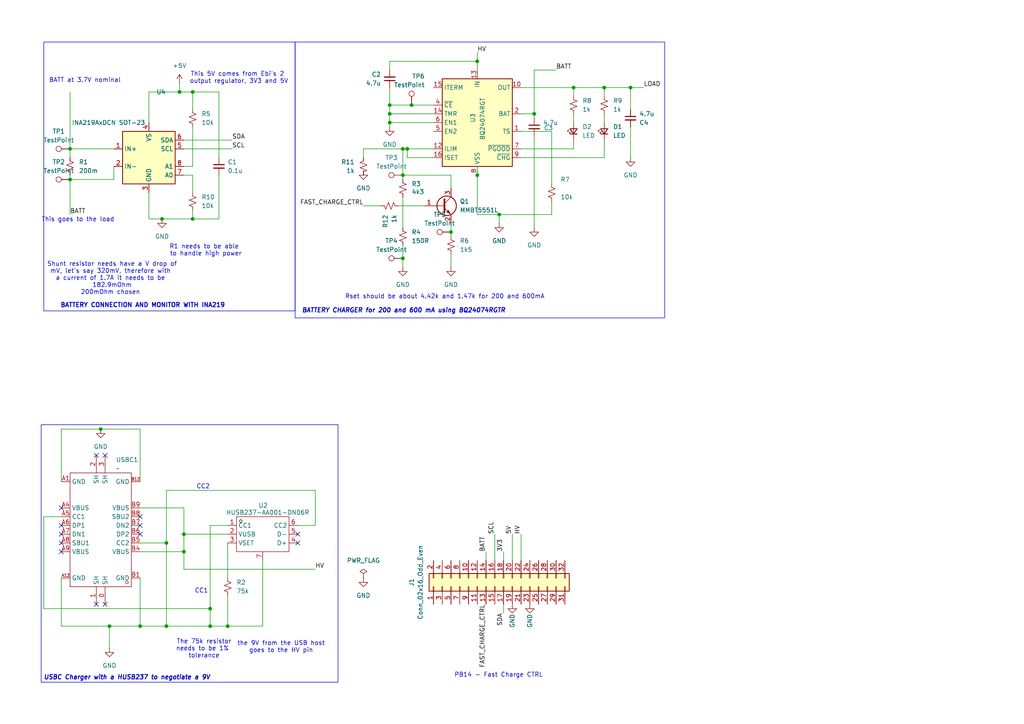
<source format=kicad_sch>
(kicad_sch
	(version 20250114)
	(generator "eeschema")
	(generator_version "9.0")
	(uuid "cf318be2-7b62-43ba-8eb8-298997641a40")
	(paper "A4")
	(title_block
		(title "Power Board for MM")
		(date "2025-03-21")
		(rev "v0")
		(comment 1 "SMTJOS022")
		(comment 2 "BHYEBR002")
	)
	(lib_symbols
		(symbol "Battery_Management:BQ24074RGT"
			(exclude_from_sim no)
			(in_bom yes)
			(on_board yes)
			(property "Reference" "U"
				(at -8.89 13.97 0)
				(effects
					(font
						(size 1.27 1.27)
					)
					(justify right)
				)
			)
			(property "Value" "BQ24074RGT"
				(at 16.51 13.97 0)
				(effects
					(font
						(size 1.27 1.27)
					)
					(justify right)
				)
			)
			(property "Footprint" "Package_DFN_QFN:VQFN-16-1EP_3x3mm_P0.5mm_EP1.6x1.6mm"
				(at 7.62 -13.97 0)
				(effects
					(font
						(size 1.27 1.27)
					)
					(justify left)
					(hide yes)
				)
			)
			(property "Datasheet" "http://www.ti.com/lit/ds/symlink/bq24074.pdf"
				(at 7.62 5.08 0)
				(effects
					(font
						(size 1.27 1.27)
					)
					(hide yes)
				)
			)
			(property "Description" "USB-Friendly Li-Ion Battery Charger and Power-Path Management, VQFN-16"
				(at 0 0 0)
				(effects
					(font
						(size 1.27 1.27)
					)
					(hide yes)
				)
			)
			(property "ki_keywords" "USB Charger"
				(at 0 0 0)
				(effects
					(font
						(size 1.27 1.27)
					)
					(hide yes)
				)
			)
			(property "ki_fp_filters" "VQFN*1EP*3x3mm*P0.5mm*"
				(at 0 0 0)
				(effects
					(font
						(size 1.27 1.27)
					)
					(hide yes)
				)
			)
			(symbol "BQ24074RGT_0_1"
				(rectangle
					(start -10.16 12.7)
					(end 10.16 -12.7)
					(stroke
						(width 0.254)
						(type default)
					)
					(fill
						(type background)
					)
				)
			)
			(symbol "BQ24074RGT_1_1"
				(pin input line
					(at -12.7 10.16 0)
					(length 2.54)
					(name "ITERM"
						(effects
							(font
								(size 1.27 1.27)
							)
						)
					)
					(number "15"
						(effects
							(font
								(size 1.27 1.27)
							)
						)
					)
				)
				(pin input line
					(at -12.7 5.08 0)
					(length 2.54)
					(name "~{CE}"
						(effects
							(font
								(size 1.27 1.27)
							)
						)
					)
					(number "4"
						(effects
							(font
								(size 1.27 1.27)
							)
						)
					)
				)
				(pin input line
					(at -12.7 2.54 0)
					(length 2.54)
					(name "TMR"
						(effects
							(font
								(size 1.27 1.27)
							)
						)
					)
					(number "14"
						(effects
							(font
								(size 1.27 1.27)
							)
						)
					)
				)
				(pin input line
					(at -12.7 0 0)
					(length 2.54)
					(name "EN1"
						(effects
							(font
								(size 1.27 1.27)
							)
						)
					)
					(number "6"
						(effects
							(font
								(size 1.27 1.27)
							)
						)
					)
				)
				(pin input line
					(at -12.7 -2.54 0)
					(length 2.54)
					(name "EN2"
						(effects
							(font
								(size 1.27 1.27)
							)
						)
					)
					(number "5"
						(effects
							(font
								(size 1.27 1.27)
							)
						)
					)
				)
				(pin passive line
					(at -12.7 -7.62 0)
					(length 2.54)
					(name "ILIM"
						(effects
							(font
								(size 1.27 1.27)
							)
						)
					)
					(number "12"
						(effects
							(font
								(size 1.27 1.27)
							)
						)
					)
				)
				(pin passive line
					(at -12.7 -10.16 0)
					(length 2.54)
					(name "ISET"
						(effects
							(font
								(size 1.27 1.27)
							)
						)
					)
					(number "16"
						(effects
							(font
								(size 1.27 1.27)
							)
						)
					)
				)
				(pin power_in line
					(at 0 15.24 270)
					(length 2.54)
					(name "IN"
						(effects
							(font
								(size 1.27 1.27)
							)
						)
					)
					(number "13"
						(effects
							(font
								(size 1.27 1.27)
							)
						)
					)
				)
				(pin passive line
					(at 0 -15.24 90)
					(length 2.54)
					(hide yes)
					(name "VSS"
						(effects
							(font
								(size 1.27 1.27)
							)
						)
					)
					(number "17"
						(effects
							(font
								(size 1.27 1.27)
							)
						)
					)
				)
				(pin power_in line
					(at 0 -15.24 90)
					(length 2.54)
					(name "VSS"
						(effects
							(font
								(size 1.27 1.27)
							)
						)
					)
					(number "8"
						(effects
							(font
								(size 1.27 1.27)
							)
						)
					)
				)
				(pin power_out line
					(at 12.7 10.16 180)
					(length 2.54)
					(name "OUT"
						(effects
							(font
								(size 1.27 1.27)
							)
						)
					)
					(number "10"
						(effects
							(font
								(size 1.27 1.27)
							)
						)
					)
				)
				(pin passive line
					(at 12.7 10.16 180)
					(length 2.54)
					(hide yes)
					(name "OUT"
						(effects
							(font
								(size 1.27 1.27)
							)
						)
					)
					(number "11"
						(effects
							(font
								(size 1.27 1.27)
							)
						)
					)
				)
				(pin power_out line
					(at 12.7 2.54 180)
					(length 2.54)
					(name "BAT"
						(effects
							(font
								(size 1.27 1.27)
							)
						)
					)
					(number "2"
						(effects
							(font
								(size 1.27 1.27)
							)
						)
					)
				)
				(pin passive line
					(at 12.7 2.54 180)
					(length 2.54)
					(hide yes)
					(name "BAT"
						(effects
							(font
								(size 1.27 1.27)
							)
						)
					)
					(number "3"
						(effects
							(font
								(size 1.27 1.27)
							)
						)
					)
				)
				(pin passive line
					(at 12.7 -2.54 180)
					(length 2.54)
					(name "TS"
						(effects
							(font
								(size 1.27 1.27)
							)
						)
					)
					(number "1"
						(effects
							(font
								(size 1.27 1.27)
							)
						)
					)
				)
				(pin open_collector line
					(at 12.7 -7.62 180)
					(length 2.54)
					(name "~{PGOOD}"
						(effects
							(font
								(size 1.27 1.27)
							)
						)
					)
					(number "7"
						(effects
							(font
								(size 1.27 1.27)
							)
						)
					)
				)
				(pin open_collector line
					(at 12.7 -10.16 180)
					(length 2.54)
					(name "~{CHG}"
						(effects
							(font
								(size 1.27 1.27)
							)
						)
					)
					(number "9"
						(effects
							(font
								(size 1.27 1.27)
							)
						)
					)
				)
			)
			(embedded_fonts no)
		)
		(symbol "Connector:TestPoint"
			(pin_numbers
				(hide yes)
			)
			(pin_names
				(offset 0.762)
				(hide yes)
			)
			(exclude_from_sim no)
			(in_bom yes)
			(on_board yes)
			(property "Reference" "TP"
				(at 0 6.858 0)
				(effects
					(font
						(size 1.27 1.27)
					)
				)
			)
			(property "Value" "TestPoint"
				(at 0 5.08 0)
				(effects
					(font
						(size 1.27 1.27)
					)
				)
			)
			(property "Footprint" ""
				(at 5.08 0 0)
				(effects
					(font
						(size 1.27 1.27)
					)
					(hide yes)
				)
			)
			(property "Datasheet" "~"
				(at 5.08 0 0)
				(effects
					(font
						(size 1.27 1.27)
					)
					(hide yes)
				)
			)
			(property "Description" "test point"
				(at 0 0 0)
				(effects
					(font
						(size 1.27 1.27)
					)
					(hide yes)
				)
			)
			(property "ki_keywords" "test point tp"
				(at 0 0 0)
				(effects
					(font
						(size 1.27 1.27)
					)
					(hide yes)
				)
			)
			(property "ki_fp_filters" "Pin* Test*"
				(at 0 0 0)
				(effects
					(font
						(size 1.27 1.27)
					)
					(hide yes)
				)
			)
			(symbol "TestPoint_0_1"
				(circle
					(center 0 3.302)
					(radius 0.762)
					(stroke
						(width 0)
						(type default)
					)
					(fill
						(type none)
					)
				)
			)
			(symbol "TestPoint_1_1"
				(pin passive line
					(at 0 0 90)
					(length 2.54)
					(name "1"
						(effects
							(font
								(size 1.27 1.27)
							)
						)
					)
					(number "1"
						(effects
							(font
								(size 1.27 1.27)
							)
						)
					)
				)
			)
			(embedded_fonts no)
		)
		(symbol "Connector_Generic:Conn_02x16_Odd_Even"
			(pin_names
				(offset 1.016)
				(hide yes)
			)
			(exclude_from_sim no)
			(in_bom yes)
			(on_board yes)
			(property "Reference" "J"
				(at 1.27 20.32 0)
				(effects
					(font
						(size 1.27 1.27)
					)
				)
			)
			(property "Value" "Conn_02x16_Odd_Even"
				(at 1.27 -22.86 0)
				(effects
					(font
						(size 1.27 1.27)
					)
				)
			)
			(property "Footprint" ""
				(at 0 0 0)
				(effects
					(font
						(size 1.27 1.27)
					)
					(hide yes)
				)
			)
			(property "Datasheet" "~"
				(at 0 0 0)
				(effects
					(font
						(size 1.27 1.27)
					)
					(hide yes)
				)
			)
			(property "Description" "Generic connector, double row, 02x16, odd/even pin numbering scheme (row 1 odd numbers, row 2 even numbers), script generated (kicad-library-utils/schlib/autogen/connector/)"
				(at 0 0 0)
				(effects
					(font
						(size 1.27 1.27)
					)
					(hide yes)
				)
			)
			(property "ki_keywords" "connector"
				(at 0 0 0)
				(effects
					(font
						(size 1.27 1.27)
					)
					(hide yes)
				)
			)
			(property "ki_fp_filters" "Connector*:*_2x??_*"
				(at 0 0 0)
				(effects
					(font
						(size 1.27 1.27)
					)
					(hide yes)
				)
			)
			(symbol "Conn_02x16_Odd_Even_1_1"
				(rectangle
					(start -1.27 19.05)
					(end 3.81 -21.59)
					(stroke
						(width 0.254)
						(type default)
					)
					(fill
						(type background)
					)
				)
				(rectangle
					(start -1.27 17.907)
					(end 0 17.653)
					(stroke
						(width 0.1524)
						(type default)
					)
					(fill
						(type none)
					)
				)
				(rectangle
					(start -1.27 15.367)
					(end 0 15.113)
					(stroke
						(width 0.1524)
						(type default)
					)
					(fill
						(type none)
					)
				)
				(rectangle
					(start -1.27 12.827)
					(end 0 12.573)
					(stroke
						(width 0.1524)
						(type default)
					)
					(fill
						(type none)
					)
				)
				(rectangle
					(start -1.27 10.287)
					(end 0 10.033)
					(stroke
						(width 0.1524)
						(type default)
					)
					(fill
						(type none)
					)
				)
				(rectangle
					(start -1.27 7.747)
					(end 0 7.493)
					(stroke
						(width 0.1524)
						(type default)
					)
					(fill
						(type none)
					)
				)
				(rectangle
					(start -1.27 5.207)
					(end 0 4.953)
					(stroke
						(width 0.1524)
						(type default)
					)
					(fill
						(type none)
					)
				)
				(rectangle
					(start -1.27 2.667)
					(end 0 2.413)
					(stroke
						(width 0.1524)
						(type default)
					)
					(fill
						(type none)
					)
				)
				(rectangle
					(start -1.27 0.127)
					(end 0 -0.127)
					(stroke
						(width 0.1524)
						(type default)
					)
					(fill
						(type none)
					)
				)
				(rectangle
					(start -1.27 -2.413)
					(end 0 -2.667)
					(stroke
						(width 0.1524)
						(type default)
					)
					(fill
						(type none)
					)
				)
				(rectangle
					(start -1.27 -4.953)
					(end 0 -5.207)
					(stroke
						(width 0.1524)
						(type default)
					)
					(fill
						(type none)
					)
				)
				(rectangle
					(start -1.27 -7.493)
					(end 0 -7.747)
					(stroke
						(width 0.1524)
						(type default)
					)
					(fill
						(type none)
					)
				)
				(rectangle
					(start -1.27 -10.033)
					(end 0 -10.287)
					(stroke
						(width 0.1524)
						(type default)
					)
					(fill
						(type none)
					)
				)
				(rectangle
					(start -1.27 -12.573)
					(end 0 -12.827)
					(stroke
						(width 0.1524)
						(type default)
					)
					(fill
						(type none)
					)
				)
				(rectangle
					(start -1.27 -15.113)
					(end 0 -15.367)
					(stroke
						(width 0.1524)
						(type default)
					)
					(fill
						(type none)
					)
				)
				(rectangle
					(start -1.27 -17.653)
					(end 0 -17.907)
					(stroke
						(width 0.1524)
						(type default)
					)
					(fill
						(type none)
					)
				)
				(rectangle
					(start -1.27 -20.193)
					(end 0 -20.447)
					(stroke
						(width 0.1524)
						(type default)
					)
					(fill
						(type none)
					)
				)
				(rectangle
					(start 3.81 17.907)
					(end 2.54 17.653)
					(stroke
						(width 0.1524)
						(type default)
					)
					(fill
						(type none)
					)
				)
				(rectangle
					(start 3.81 15.367)
					(end 2.54 15.113)
					(stroke
						(width 0.1524)
						(type default)
					)
					(fill
						(type none)
					)
				)
				(rectangle
					(start 3.81 12.827)
					(end 2.54 12.573)
					(stroke
						(width 0.1524)
						(type default)
					)
					(fill
						(type none)
					)
				)
				(rectangle
					(start 3.81 10.287)
					(end 2.54 10.033)
					(stroke
						(width 0.1524)
						(type default)
					)
					(fill
						(type none)
					)
				)
				(rectangle
					(start 3.81 7.747)
					(end 2.54 7.493)
					(stroke
						(width 0.1524)
						(type default)
					)
					(fill
						(type none)
					)
				)
				(rectangle
					(start 3.81 5.207)
					(end 2.54 4.953)
					(stroke
						(width 0.1524)
						(type default)
					)
					(fill
						(type none)
					)
				)
				(rectangle
					(start 3.81 2.667)
					(end 2.54 2.413)
					(stroke
						(width 0.1524)
						(type default)
					)
					(fill
						(type none)
					)
				)
				(rectangle
					(start 3.81 0.127)
					(end 2.54 -0.127)
					(stroke
						(width 0.1524)
						(type default)
					)
					(fill
						(type none)
					)
				)
				(rectangle
					(start 3.81 -2.413)
					(end 2.54 -2.667)
					(stroke
						(width 0.1524)
						(type default)
					)
					(fill
						(type none)
					)
				)
				(rectangle
					(start 3.81 -4.953)
					(end 2.54 -5.207)
					(stroke
						(width 0.1524)
						(type default)
					)
					(fill
						(type none)
					)
				)
				(rectangle
					(start 3.81 -7.493)
					(end 2.54 -7.747)
					(stroke
						(width 0.1524)
						(type default)
					)
					(fill
						(type none)
					)
				)
				(rectangle
					(start 3.81 -10.033)
					(end 2.54 -10.287)
					(stroke
						(width 0.1524)
						(type default)
					)
					(fill
						(type none)
					)
				)
				(rectangle
					(start 3.81 -12.573)
					(end 2.54 -12.827)
					(stroke
						(width 0.1524)
						(type default)
					)
					(fill
						(type none)
					)
				)
				(rectangle
					(start 3.81 -15.113)
					(end 2.54 -15.367)
					(stroke
						(width 0.1524)
						(type default)
					)
					(fill
						(type none)
					)
				)
				(rectangle
					(start 3.81 -17.653)
					(end 2.54 -17.907)
					(stroke
						(width 0.1524)
						(type default)
					)
					(fill
						(type none)
					)
				)
				(rectangle
					(start 3.81 -20.193)
					(end 2.54 -20.447)
					(stroke
						(width 0.1524)
						(type default)
					)
					(fill
						(type none)
					)
				)
				(pin passive line
					(at -5.08 17.78 0)
					(length 3.81)
					(name "Pin_1"
						(effects
							(font
								(size 1.27 1.27)
							)
						)
					)
					(number "1"
						(effects
							(font
								(size 1.27 1.27)
							)
						)
					)
				)
				(pin passive line
					(at -5.08 15.24 0)
					(length 3.81)
					(name "Pin_3"
						(effects
							(font
								(size 1.27 1.27)
							)
						)
					)
					(number "3"
						(effects
							(font
								(size 1.27 1.27)
							)
						)
					)
				)
				(pin passive line
					(at -5.08 12.7 0)
					(length 3.81)
					(name "Pin_5"
						(effects
							(font
								(size 1.27 1.27)
							)
						)
					)
					(number "5"
						(effects
							(font
								(size 1.27 1.27)
							)
						)
					)
				)
				(pin passive line
					(at -5.08 10.16 0)
					(length 3.81)
					(name "Pin_7"
						(effects
							(font
								(size 1.27 1.27)
							)
						)
					)
					(number "7"
						(effects
							(font
								(size 1.27 1.27)
							)
						)
					)
				)
				(pin passive line
					(at -5.08 7.62 0)
					(length 3.81)
					(name "Pin_9"
						(effects
							(font
								(size 1.27 1.27)
							)
						)
					)
					(number "9"
						(effects
							(font
								(size 1.27 1.27)
							)
						)
					)
				)
				(pin passive line
					(at -5.08 5.08 0)
					(length 3.81)
					(name "Pin_11"
						(effects
							(font
								(size 1.27 1.27)
							)
						)
					)
					(number "11"
						(effects
							(font
								(size 1.27 1.27)
							)
						)
					)
				)
				(pin passive line
					(at -5.08 2.54 0)
					(length 3.81)
					(name "Pin_13"
						(effects
							(font
								(size 1.27 1.27)
							)
						)
					)
					(number "13"
						(effects
							(font
								(size 1.27 1.27)
							)
						)
					)
				)
				(pin passive line
					(at -5.08 0 0)
					(length 3.81)
					(name "Pin_15"
						(effects
							(font
								(size 1.27 1.27)
							)
						)
					)
					(number "15"
						(effects
							(font
								(size 1.27 1.27)
							)
						)
					)
				)
				(pin passive line
					(at -5.08 -2.54 0)
					(length 3.81)
					(name "Pin_17"
						(effects
							(font
								(size 1.27 1.27)
							)
						)
					)
					(number "17"
						(effects
							(font
								(size 1.27 1.27)
							)
						)
					)
				)
				(pin passive line
					(at -5.08 -5.08 0)
					(length 3.81)
					(name "Pin_19"
						(effects
							(font
								(size 1.27 1.27)
							)
						)
					)
					(number "19"
						(effects
							(font
								(size 1.27 1.27)
							)
						)
					)
				)
				(pin passive line
					(at -5.08 -7.62 0)
					(length 3.81)
					(name "Pin_21"
						(effects
							(font
								(size 1.27 1.27)
							)
						)
					)
					(number "21"
						(effects
							(font
								(size 1.27 1.27)
							)
						)
					)
				)
				(pin passive line
					(at -5.08 -10.16 0)
					(length 3.81)
					(name "Pin_23"
						(effects
							(font
								(size 1.27 1.27)
							)
						)
					)
					(number "23"
						(effects
							(font
								(size 1.27 1.27)
							)
						)
					)
				)
				(pin passive line
					(at -5.08 -12.7 0)
					(length 3.81)
					(name "Pin_25"
						(effects
							(font
								(size 1.27 1.27)
							)
						)
					)
					(number "25"
						(effects
							(font
								(size 1.27 1.27)
							)
						)
					)
				)
				(pin passive line
					(at -5.08 -15.24 0)
					(length 3.81)
					(name "Pin_27"
						(effects
							(font
								(size 1.27 1.27)
							)
						)
					)
					(number "27"
						(effects
							(font
								(size 1.27 1.27)
							)
						)
					)
				)
				(pin passive line
					(at -5.08 -17.78 0)
					(length 3.81)
					(name "Pin_29"
						(effects
							(font
								(size 1.27 1.27)
							)
						)
					)
					(number "29"
						(effects
							(font
								(size 1.27 1.27)
							)
						)
					)
				)
				(pin passive line
					(at -5.08 -20.32 0)
					(length 3.81)
					(name "Pin_31"
						(effects
							(font
								(size 1.27 1.27)
							)
						)
					)
					(number "31"
						(effects
							(font
								(size 1.27 1.27)
							)
						)
					)
				)
				(pin passive line
					(at 7.62 17.78 180)
					(length 3.81)
					(name "Pin_2"
						(effects
							(font
								(size 1.27 1.27)
							)
						)
					)
					(number "2"
						(effects
							(font
								(size 1.27 1.27)
							)
						)
					)
				)
				(pin passive line
					(at 7.62 15.24 180)
					(length 3.81)
					(name "Pin_4"
						(effects
							(font
								(size 1.27 1.27)
							)
						)
					)
					(number "4"
						(effects
							(font
								(size 1.27 1.27)
							)
						)
					)
				)
				(pin passive line
					(at 7.62 12.7 180)
					(length 3.81)
					(name "Pin_6"
						(effects
							(font
								(size 1.27 1.27)
							)
						)
					)
					(number "6"
						(effects
							(font
								(size 1.27 1.27)
							)
						)
					)
				)
				(pin passive line
					(at 7.62 10.16 180)
					(length 3.81)
					(name "Pin_8"
						(effects
							(font
								(size 1.27 1.27)
							)
						)
					)
					(number "8"
						(effects
							(font
								(size 1.27 1.27)
							)
						)
					)
				)
				(pin passive line
					(at 7.62 7.62 180)
					(length 3.81)
					(name "Pin_10"
						(effects
							(font
								(size 1.27 1.27)
							)
						)
					)
					(number "10"
						(effects
							(font
								(size 1.27 1.27)
							)
						)
					)
				)
				(pin passive line
					(at 7.62 5.08 180)
					(length 3.81)
					(name "Pin_12"
						(effects
							(font
								(size 1.27 1.27)
							)
						)
					)
					(number "12"
						(effects
							(font
								(size 1.27 1.27)
							)
						)
					)
				)
				(pin passive line
					(at 7.62 2.54 180)
					(length 3.81)
					(name "Pin_14"
						(effects
							(font
								(size 1.27 1.27)
							)
						)
					)
					(number "14"
						(effects
							(font
								(size 1.27 1.27)
							)
						)
					)
				)
				(pin passive line
					(at 7.62 0 180)
					(length 3.81)
					(name "Pin_16"
						(effects
							(font
								(size 1.27 1.27)
							)
						)
					)
					(number "16"
						(effects
							(font
								(size 1.27 1.27)
							)
						)
					)
				)
				(pin passive line
					(at 7.62 -2.54 180)
					(length 3.81)
					(name "Pin_18"
						(effects
							(font
								(size 1.27 1.27)
							)
						)
					)
					(number "18"
						(effects
							(font
								(size 1.27 1.27)
							)
						)
					)
				)
				(pin passive line
					(at 7.62 -5.08 180)
					(length 3.81)
					(name "Pin_20"
						(effects
							(font
								(size 1.27 1.27)
							)
						)
					)
					(number "20"
						(effects
							(font
								(size 1.27 1.27)
							)
						)
					)
				)
				(pin passive line
					(at 7.62 -7.62 180)
					(length 3.81)
					(name "Pin_22"
						(effects
							(font
								(size 1.27 1.27)
							)
						)
					)
					(number "22"
						(effects
							(font
								(size 1.27 1.27)
							)
						)
					)
				)
				(pin passive line
					(at 7.62 -10.16 180)
					(length 3.81)
					(name "Pin_24"
						(effects
							(font
								(size 1.27 1.27)
							)
						)
					)
					(number "24"
						(effects
							(font
								(size 1.27 1.27)
							)
						)
					)
				)
				(pin passive line
					(at 7.62 -12.7 180)
					(length 3.81)
					(name "Pin_26"
						(effects
							(font
								(size 1.27 1.27)
							)
						)
					)
					(number "26"
						(effects
							(font
								(size 1.27 1.27)
							)
						)
					)
				)
				(pin passive line
					(at 7.62 -15.24 180)
					(length 3.81)
					(name "Pin_28"
						(effects
							(font
								(size 1.27 1.27)
							)
						)
					)
					(number "28"
						(effects
							(font
								(size 1.27 1.27)
							)
						)
					)
				)
				(pin passive line
					(at 7.62 -17.78 180)
					(length 3.81)
					(name "Pin_30"
						(effects
							(font
								(size 1.27 1.27)
							)
						)
					)
					(number "30"
						(effects
							(font
								(size 1.27 1.27)
							)
						)
					)
				)
				(pin passive line
					(at 7.62 -20.32 180)
					(length 3.81)
					(name "Pin_32"
						(effects
							(font
								(size 1.27 1.27)
							)
						)
					)
					(number "32"
						(effects
							(font
								(size 1.27 1.27)
							)
						)
					)
				)
			)
			(embedded_fonts no)
		)
		(symbol "Device:C_Small"
			(pin_numbers
				(hide yes)
			)
			(pin_names
				(offset 0.254)
				(hide yes)
			)
			(exclude_from_sim no)
			(in_bom yes)
			(on_board yes)
			(property "Reference" "C"
				(at 0.254 1.778 0)
				(effects
					(font
						(size 1.27 1.27)
					)
					(justify left)
				)
			)
			(property "Value" "C_Small"
				(at 0.254 -2.032 0)
				(effects
					(font
						(size 1.27 1.27)
					)
					(justify left)
				)
			)
			(property "Footprint" ""
				(at 0 0 0)
				(effects
					(font
						(size 1.27 1.27)
					)
					(hide yes)
				)
			)
			(property "Datasheet" "~"
				(at 0 0 0)
				(effects
					(font
						(size 1.27 1.27)
					)
					(hide yes)
				)
			)
			(property "Description" "Unpolarized capacitor, small symbol"
				(at 0 0 0)
				(effects
					(font
						(size 1.27 1.27)
					)
					(hide yes)
				)
			)
			(property "ki_keywords" "capacitor cap"
				(at 0 0 0)
				(effects
					(font
						(size 1.27 1.27)
					)
					(hide yes)
				)
			)
			(property "ki_fp_filters" "C_*"
				(at 0 0 0)
				(effects
					(font
						(size 1.27 1.27)
					)
					(hide yes)
				)
			)
			(symbol "C_Small_0_1"
				(polyline
					(pts
						(xy -1.524 0.508) (xy 1.524 0.508)
					)
					(stroke
						(width 0.3048)
						(type default)
					)
					(fill
						(type none)
					)
				)
				(polyline
					(pts
						(xy -1.524 -0.508) (xy 1.524 -0.508)
					)
					(stroke
						(width 0.3302)
						(type default)
					)
					(fill
						(type none)
					)
				)
			)
			(symbol "C_Small_1_1"
				(pin passive line
					(at 0 2.54 270)
					(length 2.032)
					(name "~"
						(effects
							(font
								(size 1.27 1.27)
							)
						)
					)
					(number "1"
						(effects
							(font
								(size 1.27 1.27)
							)
						)
					)
				)
				(pin passive line
					(at 0 -2.54 90)
					(length 2.032)
					(name "~"
						(effects
							(font
								(size 1.27 1.27)
							)
						)
					)
					(number "2"
						(effects
							(font
								(size 1.27 1.27)
							)
						)
					)
				)
			)
			(embedded_fonts no)
		)
		(symbol "Device:LED_Small"
			(pin_numbers
				(hide yes)
			)
			(pin_names
				(offset 0.254)
				(hide yes)
			)
			(exclude_from_sim no)
			(in_bom yes)
			(on_board yes)
			(property "Reference" "D"
				(at -1.27 3.175 0)
				(effects
					(font
						(size 1.27 1.27)
					)
					(justify left)
				)
			)
			(property "Value" "LED_Small"
				(at -4.445 -2.54 0)
				(effects
					(font
						(size 1.27 1.27)
					)
					(justify left)
				)
			)
			(property "Footprint" ""
				(at 0 0 90)
				(effects
					(font
						(size 1.27 1.27)
					)
					(hide yes)
				)
			)
			(property "Datasheet" "~"
				(at 0 0 90)
				(effects
					(font
						(size 1.27 1.27)
					)
					(hide yes)
				)
			)
			(property "Description" "Light emitting diode, small symbol"
				(at 0 0 0)
				(effects
					(font
						(size 1.27 1.27)
					)
					(hide yes)
				)
			)
			(property "Sim.Pin" "1=K 2=A"
				(at 0 0 0)
				(effects
					(font
						(size 1.27 1.27)
					)
					(hide yes)
				)
			)
			(property "ki_keywords" "LED diode light-emitting-diode"
				(at 0 0 0)
				(effects
					(font
						(size 1.27 1.27)
					)
					(hide yes)
				)
			)
			(property "ki_fp_filters" "LED* LED_SMD:* LED_THT:*"
				(at 0 0 0)
				(effects
					(font
						(size 1.27 1.27)
					)
					(hide yes)
				)
			)
			(symbol "LED_Small_0_1"
				(polyline
					(pts
						(xy -0.762 -1.016) (xy -0.762 1.016)
					)
					(stroke
						(width 0.254)
						(type default)
					)
					(fill
						(type none)
					)
				)
				(polyline
					(pts
						(xy 0 0.762) (xy -0.508 1.27) (xy -0.254 1.27) (xy -0.508 1.27) (xy -0.508 1.016)
					)
					(stroke
						(width 0)
						(type default)
					)
					(fill
						(type none)
					)
				)
				(polyline
					(pts
						(xy 0.508 1.27) (xy 0 1.778) (xy 0.254 1.778) (xy 0 1.778) (xy 0 1.524)
					)
					(stroke
						(width 0)
						(type default)
					)
					(fill
						(type none)
					)
				)
				(polyline
					(pts
						(xy 0.762 -1.016) (xy -0.762 0) (xy 0.762 1.016) (xy 0.762 -1.016)
					)
					(stroke
						(width 0.254)
						(type default)
					)
					(fill
						(type none)
					)
				)
				(polyline
					(pts
						(xy 1.016 0) (xy -0.762 0)
					)
					(stroke
						(width 0)
						(type default)
					)
					(fill
						(type none)
					)
				)
			)
			(symbol "LED_Small_1_1"
				(pin passive line
					(at -2.54 0 0)
					(length 1.778)
					(name "K"
						(effects
							(font
								(size 1.27 1.27)
							)
						)
					)
					(number "1"
						(effects
							(font
								(size 1.27 1.27)
							)
						)
					)
				)
				(pin passive line
					(at 2.54 0 180)
					(length 1.778)
					(name "A"
						(effects
							(font
								(size 1.27 1.27)
							)
						)
					)
					(number "2"
						(effects
							(font
								(size 1.27 1.27)
							)
						)
					)
				)
			)
			(embedded_fonts no)
		)
		(symbol "Device:R_Small_US"
			(pin_numbers
				(hide yes)
			)
			(pin_names
				(offset 0.254)
				(hide yes)
			)
			(exclude_from_sim no)
			(in_bom yes)
			(on_board yes)
			(property "Reference" "R"
				(at 0.762 0.508 0)
				(effects
					(font
						(size 1.27 1.27)
					)
					(justify left)
				)
			)
			(property "Value" "R_Small_US"
				(at 0.762 -1.016 0)
				(effects
					(font
						(size 1.27 1.27)
					)
					(justify left)
				)
			)
			(property "Footprint" ""
				(at 0 0 0)
				(effects
					(font
						(size 1.27 1.27)
					)
					(hide yes)
				)
			)
			(property "Datasheet" "~"
				(at 0 0 0)
				(effects
					(font
						(size 1.27 1.27)
					)
					(hide yes)
				)
			)
			(property "Description" "Resistor, small US symbol"
				(at 0 0 0)
				(effects
					(font
						(size 1.27 1.27)
					)
					(hide yes)
				)
			)
			(property "ki_keywords" "r resistor"
				(at 0 0 0)
				(effects
					(font
						(size 1.27 1.27)
					)
					(hide yes)
				)
			)
			(property "ki_fp_filters" "R_*"
				(at 0 0 0)
				(effects
					(font
						(size 1.27 1.27)
					)
					(hide yes)
				)
			)
			(symbol "R_Small_US_1_1"
				(polyline
					(pts
						(xy 0 1.524) (xy 1.016 1.143) (xy 0 0.762) (xy -1.016 0.381) (xy 0 0)
					)
					(stroke
						(width 0)
						(type default)
					)
					(fill
						(type none)
					)
				)
				(polyline
					(pts
						(xy 0 0) (xy 1.016 -0.381) (xy 0 -0.762) (xy -1.016 -1.143) (xy 0 -1.524)
					)
					(stroke
						(width 0)
						(type default)
					)
					(fill
						(type none)
					)
				)
				(pin passive line
					(at 0 2.54 270)
					(length 1.016)
					(name "~"
						(effects
							(font
								(size 1.27 1.27)
							)
						)
					)
					(number "1"
						(effects
							(font
								(size 1.27 1.27)
							)
						)
					)
				)
				(pin passive line
					(at 0 -2.54 90)
					(length 1.016)
					(name "~"
						(effects
							(font
								(size 1.27 1.27)
							)
						)
					)
					(number "2"
						(effects
							(font
								(size 1.27 1.27)
							)
						)
					)
				)
			)
			(embedded_fonts no)
		)
		(symbol "GND_1"
			(power)
			(pin_numbers
				(hide yes)
			)
			(pin_names
				(offset 0)
				(hide yes)
			)
			(exclude_from_sim no)
			(in_bom yes)
			(on_board yes)
			(property "Reference" "#PWR"
				(at 0 -6.35 0)
				(effects
					(font
						(size 1.27 1.27)
					)
					(hide yes)
				)
			)
			(property "Value" "GND"
				(at 0 -3.81 0)
				(effects
					(font
						(size 1.27 1.27)
					)
				)
			)
			(property "Footprint" ""
				(at 0 0 0)
				(effects
					(font
						(size 1.27 1.27)
					)
					(hide yes)
				)
			)
			(property "Datasheet" ""
				(at 0 0 0)
				(effects
					(font
						(size 1.27 1.27)
					)
					(hide yes)
				)
			)
			(property "Description" "Power symbol creates a global label with name \"GND\" , ground"
				(at 0 0 0)
				(effects
					(font
						(size 1.27 1.27)
					)
					(hide yes)
				)
			)
			(property "ki_keywords" "global power"
				(at 0 0 0)
				(effects
					(font
						(size 1.27 1.27)
					)
					(hide yes)
				)
			)
			(symbol "GND_1_0_1"
				(polyline
					(pts
						(xy 0 0) (xy 0 -1.27) (xy 1.27 -1.27) (xy 0 -2.54) (xy -1.27 -1.27) (xy 0 -1.27)
					)
					(stroke
						(width 0)
						(type default)
					)
					(fill
						(type none)
					)
				)
			)
			(symbol "GND_1_1_1"
				(pin power_in line
					(at 0 0 270)
					(length 0)
					(name "~"
						(effects
							(font
								(size 1.27 1.27)
							)
						)
					)
					(number "1"
						(effects
							(font
								(size 1.27 1.27)
							)
						)
					)
				)
			)
			(embedded_fonts no)
		)
		(symbol "GND_2"
			(power)
			(pin_numbers
				(hide yes)
			)
			(pin_names
				(offset 0)
				(hide yes)
			)
			(exclude_from_sim no)
			(in_bom yes)
			(on_board yes)
			(property "Reference" "#PWR"
				(at 0 -6.35 0)
				(effects
					(font
						(size 1.27 1.27)
					)
					(hide yes)
				)
			)
			(property "Value" "GND"
				(at 0 -3.81 0)
				(effects
					(font
						(size 1.27 1.27)
					)
				)
			)
			(property "Footprint" ""
				(at 0 0 0)
				(effects
					(font
						(size 1.27 1.27)
					)
					(hide yes)
				)
			)
			(property "Datasheet" ""
				(at 0 0 0)
				(effects
					(font
						(size 1.27 1.27)
					)
					(hide yes)
				)
			)
			(property "Description" "Power symbol creates a global label with name \"GND\" , ground"
				(at 0 0 0)
				(effects
					(font
						(size 1.27 1.27)
					)
					(hide yes)
				)
			)
			(property "ki_keywords" "global power"
				(at 0 0 0)
				(effects
					(font
						(size 1.27 1.27)
					)
					(hide yes)
				)
			)
			(symbol "GND_2_0_1"
				(polyline
					(pts
						(xy 0 0) (xy 0 -1.27) (xy 1.27 -1.27) (xy 0 -2.54) (xy -1.27 -1.27) (xy 0 -1.27)
					)
					(stroke
						(width 0)
						(type default)
					)
					(fill
						(type none)
					)
				)
			)
			(symbol "GND_2_1_1"
				(pin power_in line
					(at 0 0 270)
					(length 0)
					(name "~"
						(effects
							(font
								(size 1.27 1.27)
							)
						)
					)
					(number "1"
						(effects
							(font
								(size 1.27 1.27)
							)
						)
					)
				)
			)
			(embedded_fonts no)
		)
		(symbol "GND_3"
			(power)
			(pin_numbers
				(hide yes)
			)
			(pin_names
				(offset 0)
				(hide yes)
			)
			(exclude_from_sim no)
			(in_bom yes)
			(on_board yes)
			(property "Reference" "#PWR"
				(at 0 -6.35 0)
				(effects
					(font
						(size 1.27 1.27)
					)
					(hide yes)
				)
			)
			(property "Value" "GND"
				(at 0 -3.81 0)
				(effects
					(font
						(size 1.27 1.27)
					)
				)
			)
			(property "Footprint" ""
				(at 0 0 0)
				(effects
					(font
						(size 1.27 1.27)
					)
					(hide yes)
				)
			)
			(property "Datasheet" ""
				(at 0 0 0)
				(effects
					(font
						(size 1.27 1.27)
					)
					(hide yes)
				)
			)
			(property "Description" "Power symbol creates a global label with name \"GND\" , ground"
				(at 0 0 0)
				(effects
					(font
						(size 1.27 1.27)
					)
					(hide yes)
				)
			)
			(property "ki_keywords" "global power"
				(at 0 0 0)
				(effects
					(font
						(size 1.27 1.27)
					)
					(hide yes)
				)
			)
			(symbol "GND_3_0_1"
				(polyline
					(pts
						(xy 0 0) (xy 0 -1.27) (xy 1.27 -1.27) (xy 0 -2.54) (xy -1.27 -1.27) (xy 0 -1.27)
					)
					(stroke
						(width 0)
						(type default)
					)
					(fill
						(type none)
					)
				)
			)
			(symbol "GND_3_1_1"
				(pin power_in line
					(at 0 0 270)
					(length 0)
					(name "~"
						(effects
							(font
								(size 1.27 1.27)
							)
						)
					)
					(number "1"
						(effects
							(font
								(size 1.27 1.27)
							)
						)
					)
				)
			)
			(embedded_fonts no)
		)
		(symbol "GND_4"
			(power)
			(pin_numbers
				(hide yes)
			)
			(pin_names
				(offset 0)
				(hide yes)
			)
			(exclude_from_sim no)
			(in_bom yes)
			(on_board yes)
			(property "Reference" "#PWR"
				(at 0 -6.35 0)
				(effects
					(font
						(size 1.27 1.27)
					)
					(hide yes)
				)
			)
			(property "Value" "GND"
				(at 0 -3.81 0)
				(effects
					(font
						(size 1.27 1.27)
					)
				)
			)
			(property "Footprint" ""
				(at 0 0 0)
				(effects
					(font
						(size 1.27 1.27)
					)
					(hide yes)
				)
			)
			(property "Datasheet" ""
				(at 0 0 0)
				(effects
					(font
						(size 1.27 1.27)
					)
					(hide yes)
				)
			)
			(property "Description" "Power symbol creates a global label with name \"GND\" , ground"
				(at 0 0 0)
				(effects
					(font
						(size 1.27 1.27)
					)
					(hide yes)
				)
			)
			(property "ki_keywords" "global power"
				(at 0 0 0)
				(effects
					(font
						(size 1.27 1.27)
					)
					(hide yes)
				)
			)
			(symbol "GND_4_0_1"
				(polyline
					(pts
						(xy 0 0) (xy 0 -1.27) (xy 1.27 -1.27) (xy 0 -2.54) (xy -1.27 -1.27) (xy 0 -1.27)
					)
					(stroke
						(width 0)
						(type default)
					)
					(fill
						(type none)
					)
				)
			)
			(symbol "GND_4_1_1"
				(pin power_in line
					(at 0 0 270)
					(length 0)
					(name "~"
						(effects
							(font
								(size 1.27 1.27)
							)
						)
					)
					(number "1"
						(effects
							(font
								(size 1.27 1.27)
							)
						)
					)
				)
			)
			(embedded_fonts no)
		)
		(symbol "GND_5"
			(power)
			(pin_numbers
				(hide yes)
			)
			(pin_names
				(offset 0)
				(hide yes)
			)
			(exclude_from_sim no)
			(in_bom yes)
			(on_board yes)
			(property "Reference" "#PWR"
				(at 0 -6.35 0)
				(effects
					(font
						(size 1.27 1.27)
					)
					(hide yes)
				)
			)
			(property "Value" "GND"
				(at 0 -3.81 0)
				(effects
					(font
						(size 1.27 1.27)
					)
				)
			)
			(property "Footprint" ""
				(at 0 0 0)
				(effects
					(font
						(size 1.27 1.27)
					)
					(hide yes)
				)
			)
			(property "Datasheet" ""
				(at 0 0 0)
				(effects
					(font
						(size 1.27 1.27)
					)
					(hide yes)
				)
			)
			(property "Description" "Power symbol creates a global label with name \"GND\" , ground"
				(at 0 0 0)
				(effects
					(font
						(size 1.27 1.27)
					)
					(hide yes)
				)
			)
			(property "ki_keywords" "global power"
				(at 0 0 0)
				(effects
					(font
						(size 1.27 1.27)
					)
					(hide yes)
				)
			)
			(symbol "GND_5_0_1"
				(polyline
					(pts
						(xy 0 0) (xy 0 -1.27) (xy 1.27 -1.27) (xy 0 -2.54) (xy -1.27 -1.27) (xy 0 -1.27)
					)
					(stroke
						(width 0)
						(type default)
					)
					(fill
						(type none)
					)
				)
			)
			(symbol "GND_5_1_1"
				(pin power_in line
					(at 0 0 270)
					(length 0)
					(name "~"
						(effects
							(font
								(size 1.27 1.27)
							)
						)
					)
					(number "1"
						(effects
							(font
								(size 1.27 1.27)
							)
						)
					)
				)
			)
			(embedded_fonts no)
		)
		(symbol "Sensor_Energy:INA219AxDCN"
			(exclude_from_sim no)
			(in_bom yes)
			(on_board yes)
			(property "Reference" "U"
				(at -6.35 8.89 0)
				(effects
					(font
						(size 1.27 1.27)
					)
				)
			)
			(property "Value" "INA219AxDCN"
				(at 6.35 8.89 0)
				(effects
					(font
						(size 1.27 1.27)
					)
				)
			)
			(property "Footprint" "Package_TO_SOT_SMD:SOT-23-8"
				(at 16.51 -8.89 0)
				(effects
					(font
						(size 1.27 1.27)
					)
					(hide yes)
				)
			)
			(property "Datasheet" "http://www.ti.com/lit/ds/symlink/ina219.pdf"
				(at 8.89 -2.54 0)
				(effects
					(font
						(size 1.27 1.27)
					)
					(hide yes)
				)
			)
			(property "Description" "Zero-Drift, Bidirectional Current/Power Monitor (0-26V) With I2C Interface, SOT-23-8"
				(at 0 0 0)
				(effects
					(font
						(size 1.27 1.27)
					)
					(hide yes)
				)
			)
			(property "ki_keywords" "ADC I2C 16-Bit Oversampling Current Shunt"
				(at 0 0 0)
				(effects
					(font
						(size 1.27 1.27)
					)
					(hide yes)
				)
			)
			(property "ki_fp_filters" "SOT?23*"
				(at 0 0 0)
				(effects
					(font
						(size 1.27 1.27)
					)
					(hide yes)
				)
			)
			(symbol "INA219AxDCN_0_1"
				(rectangle
					(start -7.62 7.62)
					(end 7.62 -7.62)
					(stroke
						(width 0.254)
						(type default)
					)
					(fill
						(type background)
					)
				)
			)
			(symbol "INA219AxDCN_1_1"
				(pin input line
					(at -10.16 2.54 0)
					(length 2.54)
					(name "IN+"
						(effects
							(font
								(size 1.27 1.27)
							)
						)
					)
					(number "1"
						(effects
							(font
								(size 1.27 1.27)
							)
						)
					)
				)
				(pin input line
					(at -10.16 -2.54 0)
					(length 2.54)
					(name "IN-"
						(effects
							(font
								(size 1.27 1.27)
							)
						)
					)
					(number "2"
						(effects
							(font
								(size 1.27 1.27)
							)
						)
					)
				)
				(pin power_in line
					(at 0 10.16 270)
					(length 2.54)
					(name "VS"
						(effects
							(font
								(size 1.27 1.27)
							)
						)
					)
					(number "4"
						(effects
							(font
								(size 1.27 1.27)
							)
						)
					)
				)
				(pin power_in line
					(at 0 -10.16 90)
					(length 2.54)
					(name "GND"
						(effects
							(font
								(size 1.27 1.27)
							)
						)
					)
					(number "3"
						(effects
							(font
								(size 1.27 1.27)
							)
						)
					)
				)
				(pin bidirectional line
					(at 10.16 5.08 180)
					(length 2.54)
					(name "SDA"
						(effects
							(font
								(size 1.27 1.27)
							)
						)
					)
					(number "6"
						(effects
							(font
								(size 1.27 1.27)
							)
						)
					)
				)
				(pin input line
					(at 10.16 2.54 180)
					(length 2.54)
					(name "SCL"
						(effects
							(font
								(size 1.27 1.27)
							)
						)
					)
					(number "5"
						(effects
							(font
								(size 1.27 1.27)
							)
						)
					)
				)
				(pin input line
					(at 10.16 -2.54 180)
					(length 2.54)
					(name "A1"
						(effects
							(font
								(size 1.27 1.27)
							)
						)
					)
					(number "8"
						(effects
							(font
								(size 1.27 1.27)
							)
						)
					)
				)
				(pin input line
					(at 10.16 -5.08 180)
					(length 2.54)
					(name "A0"
						(effects
							(font
								(size 1.27 1.27)
							)
						)
					)
					(number "7"
						(effects
							(font
								(size 1.27 1.27)
							)
						)
					)
				)
			)
			(embedded_fonts no)
		)
		(symbol "TYPE-C-31-M-12 Schematic:TYPE-C-31-M-12"
			(exclude_from_sim no)
			(in_bom yes)
			(on_board yes)
			(property "Reference" "USBC"
				(at 0 0 0)
				(effects
					(font
						(size 1.27 1.27)
					)
				)
			)
			(property "Value" ""
				(at 0 0 0)
				(effects
					(font
						(size 1.27 1.27)
					)
				)
			)
			(property "Footprint" "TYPE-C-31-M-12 Schematic:USB-C_SMD-TYPE-C-31-M-12"
				(at 0 0 0)
				(effects
					(font
						(size 1.27 1.27)
					)
					(hide yes)
				)
			)
			(property "Datasheet" "https://atta.szlcsc.com/upload/public/pdf/source/20220525/466408E853115E789EDB0DDC29077C05.pdf"
				(at 0 0 0)
				(effects
					(font
						(size 1.27 1.27)
					)
					(hide yes)
				)
			)
			(property "Description" "Connector Type:Type-C Standard:- Gender:Female Mounting Style:- Number of Contacts:16P Number of Ports:1 Current Rating - Power (Max):5A Operating Temperature Range:- Operating Temperature Range:-"
				(at 0 0 0)
				(effects
					(font
						(size 1.27 1.27)
					)
					(hide yes)
				)
			)
			(property "Manufacturer Part" "TYPE-C-31-M-12"
				(at 0 0 0)
				(effects
					(font
						(size 1.27 1.27)
					)
					(hide yes)
				)
			)
			(property "Manufacturer" "韩国韩荣"
				(at 0 0 0)
				(effects
					(font
						(size 1.27 1.27)
					)
					(hide yes)
				)
			)
			(property "Supplier Part" "C165948"
				(at 0 0 0)
				(effects
					(font
						(size 1.27 1.27)
					)
					(hide yes)
				)
			)
			(property "Supplier" "LCSC"
				(at 0 0 0)
				(effects
					(font
						(size 1.27 1.27)
					)
					(hide yes)
				)
			)
			(property "LCSC Part Name" "Type-C 母"
				(at 0 0 0)
				(effects
					(font
						(size 1.27 1.27)
					)
					(hide yes)
				)
			)
			(symbol "TYPE-C-31-M-12_1_0"
				(rectangle
					(start -8.89 -16.51)
					(end 8.89 16.51)
					(stroke
						(width 0)
						(type default)
					)
					(fill
						(type none)
					)
				)
				(circle
					(center -7.62 15.24)
					(radius 0.381)
					(stroke
						(width 0)
						(type default)
					)
					(fill
						(type none)
					)
				)
				(pin unspecified line
					(at -11.43 13.97 0)
					(length 2.54)
					(name "GND"
						(effects
							(font
								(size 1.27 1.27)
							)
						)
					)
					(number "B1"
						(effects
							(font
								(size 1.27 1.27)
							)
						)
					)
				)
				(pin unspecified line
					(at -11.43 6.35 0)
					(length 2.54)
					(name "VBUS"
						(effects
							(font
								(size 1.27 1.27)
							)
						)
					)
					(number "B4"
						(effects
							(font
								(size 1.27 1.27)
							)
						)
					)
				)
				(pin unspecified line
					(at -11.43 3.81 0)
					(length 2.54)
					(name "CC2"
						(effects
							(font
								(size 1.27 1.27)
							)
						)
					)
					(number "B5"
						(effects
							(font
								(size 1.27 1.27)
							)
						)
					)
				)
				(pin unspecified line
					(at -11.43 1.27 0)
					(length 2.54)
					(name "DP2"
						(effects
							(font
								(size 1.27 1.27)
							)
						)
					)
					(number "B6"
						(effects
							(font
								(size 1.27 1.27)
							)
						)
					)
				)
				(pin unspecified line
					(at -11.43 -1.27 0)
					(length 2.54)
					(name "DN2"
						(effects
							(font
								(size 1.27 1.27)
							)
						)
					)
					(number "B7"
						(effects
							(font
								(size 1.27 1.27)
							)
						)
					)
				)
				(pin unspecified line
					(at -11.43 -3.81 0)
					(length 2.54)
					(name "SBU2"
						(effects
							(font
								(size 1.27 1.27)
							)
						)
					)
					(number "B8"
						(effects
							(font
								(size 1.27 1.27)
							)
						)
					)
				)
				(pin unspecified line
					(at -11.43 -6.35 0)
					(length 2.54)
					(name "VBUS"
						(effects
							(font
								(size 1.27 1.27)
							)
						)
					)
					(number "B9"
						(effects
							(font
								(size 1.27 1.27)
							)
						)
					)
				)
				(pin unspecified line
					(at -11.43 -13.97 0)
					(length 2.54)
					(name "GND"
						(effects
							(font
								(size 1.27 1.27)
							)
						)
					)
					(number "B12"
						(effects
							(font
								(size 0.8466 0.8466)
							)
						)
					)
				)
				(pin unspecified line
					(at -1.27 21.59 270)
					(length 5.08)
					(name "SH"
						(effects
							(font
								(size 1.27 1.27)
							)
						)
					)
					(number "0"
						(effects
							(font
								(size 1.27 1.27)
							)
						)
					)
				)
				(pin unspecified line
					(at -1.27 -21.59 90)
					(length 5.08)
					(name "SH"
						(effects
							(font
								(size 1.27 1.27)
							)
						)
					)
					(number "3"
						(effects
							(font
								(size 1.27 1.27)
							)
						)
					)
				)
				(pin unspecified line
					(at 1.27 21.59 270)
					(length 5.08)
					(name "SH"
						(effects
							(font
								(size 1.27 1.27)
							)
						)
					)
					(number "1"
						(effects
							(font
								(size 1.27 1.27)
							)
						)
					)
				)
				(pin unspecified line
					(at 1.27 -21.59 90)
					(length 5.08)
					(name "SH"
						(effects
							(font
								(size 1.27 1.27)
							)
						)
					)
					(number "2"
						(effects
							(font
								(size 1.27 1.27)
							)
						)
					)
				)
				(pin unspecified line
					(at 11.43 13.97 180)
					(length 2.54)
					(name "GND"
						(effects
							(font
								(size 1.27 1.27)
							)
						)
					)
					(number "A12"
						(effects
							(font
								(size 0.8466 0.8466)
							)
						)
					)
				)
				(pin unspecified line
					(at 11.43 6.35 180)
					(length 2.54)
					(name "VBUS"
						(effects
							(font
								(size 1.27 1.27)
							)
						)
					)
					(number "A9"
						(effects
							(font
								(size 1.27 1.27)
							)
						)
					)
				)
				(pin unspecified line
					(at 11.43 3.81 180)
					(length 2.54)
					(name "SBU1"
						(effects
							(font
								(size 1.27 1.27)
							)
						)
					)
					(number "A8"
						(effects
							(font
								(size 1.27 1.27)
							)
						)
					)
				)
				(pin unspecified line
					(at 11.43 1.27 180)
					(length 2.54)
					(name "DN1"
						(effects
							(font
								(size 1.27 1.27)
							)
						)
					)
					(number "A7"
						(effects
							(font
								(size 1.27 1.27)
							)
						)
					)
				)
				(pin unspecified line
					(at 11.43 -1.27 180)
					(length 2.54)
					(name "DP1"
						(effects
							(font
								(size 1.27 1.27)
							)
						)
					)
					(number "A6"
						(effects
							(font
								(size 1.27 1.27)
							)
						)
					)
				)
				(pin unspecified line
					(at 11.43 -3.81 180)
					(length 2.54)
					(name "CC1"
						(effects
							(font
								(size 1.27 1.27)
							)
						)
					)
					(number "A5"
						(effects
							(font
								(size 1.27 1.27)
							)
						)
					)
				)
				(pin unspecified line
					(at 11.43 -6.35 180)
					(length 2.54)
					(name "VBUS"
						(effects
							(font
								(size 1.27 1.27)
							)
						)
					)
					(number "A4"
						(effects
							(font
								(size 1.27 1.27)
							)
						)
					)
				)
				(pin unspecified line
					(at 11.43 -13.97 180)
					(length 2.54)
					(name "GND"
						(effects
							(font
								(size 1.27 1.27)
							)
						)
					)
					(number "A1"
						(effects
							(font
								(size 1.27 1.27)
							)
						)
					)
				)
			)
			(embedded_fonts no)
		)
		(symbol "Transistor_BJT:MMBT5551L"
			(pin_names
				(offset 0)
				(hide yes)
			)
			(exclude_from_sim no)
			(in_bom yes)
			(on_board yes)
			(property "Reference" "Q"
				(at 5.08 1.905 0)
				(effects
					(font
						(size 1.27 1.27)
					)
					(justify left)
				)
			)
			(property "Value" "MMBT5551L"
				(at 5.08 0 0)
				(effects
					(font
						(size 1.27 1.27)
					)
					(justify left)
				)
			)
			(property "Footprint" "Package_TO_SOT_SMD:SOT-23"
				(at 5.08 -1.905 0)
				(effects
					(font
						(size 1.27 1.27)
						(italic yes)
					)
					(justify left)
					(hide yes)
				)
			)
			(property "Datasheet" "www.onsemi.com/pub/Collateral/MMBT5550LT1-D.PDF"
				(at 0 0 0)
				(effects
					(font
						(size 1.27 1.27)
					)
					(justify left)
					(hide yes)
				)
			)
			(property "Description" "0.6A Ic, 160V Vce, NPN Transistor, SOT-23"
				(at 0 0 0)
				(effects
					(font
						(size 1.27 1.27)
					)
					(hide yes)
				)
			)
			(property "ki_keywords" "NPN Transistor"
				(at 0 0 0)
				(effects
					(font
						(size 1.27 1.27)
					)
					(hide yes)
				)
			)
			(property "ki_fp_filters" "SOT?23*"
				(at 0 0 0)
				(effects
					(font
						(size 1.27 1.27)
					)
					(hide yes)
				)
			)
			(symbol "MMBT5551L_0_1"
				(polyline
					(pts
						(xy -2.54 0) (xy 0.635 0)
					)
					(stroke
						(width 0)
						(type default)
					)
					(fill
						(type none)
					)
				)
				(polyline
					(pts
						(xy 0.635 1.905) (xy 0.635 -1.905)
					)
					(stroke
						(width 0.508)
						(type default)
					)
					(fill
						(type none)
					)
				)
				(circle
					(center 1.27 0)
					(radius 2.8194)
					(stroke
						(width 0.254)
						(type default)
					)
					(fill
						(type none)
					)
				)
			)
			(symbol "MMBT5551L_1_1"
				(polyline
					(pts
						(xy 0.635 0.635) (xy 2.54 2.54)
					)
					(stroke
						(width 0)
						(type default)
					)
					(fill
						(type none)
					)
				)
				(polyline
					(pts
						(xy 0.635 -0.635) (xy 2.54 -2.54)
					)
					(stroke
						(width 0)
						(type default)
					)
					(fill
						(type none)
					)
				)
				(polyline
					(pts
						(xy 1.27 -1.778) (xy 1.778 -1.27) (xy 2.286 -2.286) (xy 1.27 -1.778)
					)
					(stroke
						(width 0)
						(type default)
					)
					(fill
						(type outline)
					)
				)
				(pin input line
					(at -5.08 0 0)
					(length 2.54)
					(name "B"
						(effects
							(font
								(size 1.27 1.27)
							)
						)
					)
					(number "1"
						(effects
							(font
								(size 1.27 1.27)
							)
						)
					)
				)
				(pin passive line
					(at 2.54 5.08 270)
					(length 2.54)
					(name "C"
						(effects
							(font
								(size 1.27 1.27)
							)
						)
					)
					(number "3"
						(effects
							(font
								(size 1.27 1.27)
							)
						)
					)
				)
				(pin passive line
					(at 2.54 -5.08 90)
					(length 2.54)
					(name "E"
						(effects
							(font
								(size 1.27 1.27)
							)
						)
					)
					(number "2"
						(effects
							(font
								(size 1.27 1.27)
							)
						)
					)
				)
			)
			(embedded_fonts no)
		)
		(symbol "penis-altium-import:root_0_HUSB237-AA001-DN06R_"
			(exclude_from_sim no)
			(in_bom yes)
			(on_board yes)
			(property "Reference" ""
				(at 0 0 0)
				(effects
					(font
						(size 1.27 1.27)
					)
				)
			)
			(property "Value" ""
				(at 0 0 0)
				(effects
					(font
						(size 1.27 1.27)
					)
				)
			)
			(property "Footprint" ""
				(at 0 0 0)
				(effects
					(font
						(size 1.27 1.27)
					)
					(hide yes)
				)
			)
			(property "Datasheet" ""
				(at 0 0 0)
				(effects
					(font
						(size 1.27 1.27)
					)
					(hide yes)
				)
			)
			(property "Description" ""
				(at 0 0 0)
				(effects
					(font
						(size 1.27 1.27)
					)
					(hide yes)
				)
			)
			(property "ki_fp_filters" "*TDFN-6_L2.0-W2.0-P0.65-TL-EP*"
				(at 0 0 0)
				(effects
					(font
						(size 1.27 1.27)
					)
					(hide yes)
				)
			)
			(symbol "root_0_HUSB237-AA001-DN06R__1_0"
				(rectangle
					(start -7.62 5.08)
					(end 7.62 -5.08)
					(stroke
						(width 0)
						(type solid)
						(color 160 0 0 1)
					)
					(fill
						(type none)
					)
				)
				(circle
					(center -6.35 3.81)
					(radius 0.381)
					(stroke
						(width 0)
						(type solid)
						(color 0 0 0 1)
					)
					(fill
						(type none)
					)
				)
				(pin passive line
					(at -10.16 2.54 0)
					(length 2.54)
					(name "CC1"
						(effects
							(font
								(size 1.27 1.27)
							)
						)
					)
					(number "1"
						(effects
							(font
								(size 1.27 1.27)
							)
						)
					)
				)
				(pin passive line
					(at -10.16 0 0)
					(length 2.54)
					(name "VUSB"
						(effects
							(font
								(size 1.27 1.27)
							)
						)
					)
					(number "2"
						(effects
							(font
								(size 1.27 1.27)
							)
						)
					)
				)
				(pin passive line
					(at -10.16 -2.54 0)
					(length 2.54)
					(name "VSET"
						(effects
							(font
								(size 1.27 1.27)
							)
						)
					)
					(number "3"
						(effects
							(font
								(size 1.27 1.27)
							)
						)
					)
				)
				(pin passive line
					(at 0 -7.62 90)
					(length 2.54)
					(name "GND"
						(effects
							(font
								(size 0 0)
							)
						)
					)
					(number "7"
						(effects
							(font
								(size 1.27 1.27)
							)
						)
					)
				)
				(pin passive line
					(at 10.16 2.54 180)
					(length 2.54)
					(name "CC2"
						(effects
							(font
								(size 1.27 1.27)
							)
						)
					)
					(number "6"
						(effects
							(font
								(size 1.27 1.27)
							)
						)
					)
				)
				(pin passive line
					(at 10.16 0 180)
					(length 2.54)
					(name "D-"
						(effects
							(font
								(size 1.27 1.27)
							)
						)
					)
					(number "5"
						(effects
							(font
								(size 1.27 1.27)
							)
						)
					)
				)
				(pin passive line
					(at 10.16 -2.54 180)
					(length 2.54)
					(name "D+"
						(effects
							(font
								(size 1.27 1.27)
							)
						)
					)
					(number "4"
						(effects
							(font
								(size 1.27 1.27)
							)
						)
					)
				)
			)
			(embedded_fonts no)
		)
		(symbol "power:+5V"
			(power)
			(pin_numbers
				(hide yes)
			)
			(pin_names
				(offset 0)
				(hide yes)
			)
			(exclude_from_sim no)
			(in_bom yes)
			(on_board yes)
			(property "Reference" "#PWR"
				(at 0 -3.81 0)
				(effects
					(font
						(size 1.27 1.27)
					)
					(hide yes)
				)
			)
			(property "Value" "+5V"
				(at 0 3.556 0)
				(effects
					(font
						(size 1.27 1.27)
					)
				)
			)
			(property "Footprint" ""
				(at 0 0 0)
				(effects
					(font
						(size 1.27 1.27)
					)
					(hide yes)
				)
			)
			(property "Datasheet" ""
				(at 0 0 0)
				(effects
					(font
						(size 1.27 1.27)
					)
					(hide yes)
				)
			)
			(property "Description" "Power symbol creates a global label with name \"+5V\""
				(at 0 0 0)
				(effects
					(font
						(size 1.27 1.27)
					)
					(hide yes)
				)
			)
			(property "ki_keywords" "global power"
				(at 0 0 0)
				(effects
					(font
						(size 1.27 1.27)
					)
					(hide yes)
				)
			)
			(symbol "+5V_0_1"
				(polyline
					(pts
						(xy -0.762 1.27) (xy 0 2.54)
					)
					(stroke
						(width 0)
						(type default)
					)
					(fill
						(type none)
					)
				)
				(polyline
					(pts
						(xy 0 2.54) (xy 0.762 1.27)
					)
					(stroke
						(width 0)
						(type default)
					)
					(fill
						(type none)
					)
				)
				(polyline
					(pts
						(xy 0 0) (xy 0 2.54)
					)
					(stroke
						(width 0)
						(type default)
					)
					(fill
						(type none)
					)
				)
			)
			(symbol "+5V_1_1"
				(pin power_in line
					(at 0 0 90)
					(length 0)
					(name "~"
						(effects
							(font
								(size 1.27 1.27)
							)
						)
					)
					(number "1"
						(effects
							(font
								(size 1.27 1.27)
							)
						)
					)
				)
			)
			(embedded_fonts no)
		)
		(symbol "power:GND"
			(power)
			(pin_names
				(offset 0)
			)
			(exclude_from_sim no)
			(in_bom yes)
			(on_board yes)
			(property "Reference" "#PWR"
				(at 0 -6.35 0)
				(effects
					(font
						(size 1.27 1.27)
					)
					(hide yes)
				)
			)
			(property "Value" "GND"
				(at 0 -3.81 0)
				(effects
					(font
						(size 1.27 1.27)
					)
				)
			)
			(property "Footprint" ""
				(at 0 0 0)
				(effects
					(font
						(size 1.27 1.27)
					)
					(hide yes)
				)
			)
			(property "Datasheet" ""
				(at 0 0 0)
				(effects
					(font
						(size 1.27 1.27)
					)
					(hide yes)
				)
			)
			(property "Description" "Power symbol creates a global label with name \"GND\" , ground"
				(at 0 0 0)
				(effects
					(font
						(size 1.27 1.27)
					)
					(hide yes)
				)
			)
			(property "ki_keywords" "global power"
				(at 0 0 0)
				(effects
					(font
						(size 1.27 1.27)
					)
					(hide yes)
				)
			)
			(symbol "GND_0_1"
				(polyline
					(pts
						(xy 0 0) (xy 0 -1.27) (xy 1.27 -1.27) (xy 0 -2.54) (xy -1.27 -1.27) (xy 0 -1.27)
					)
					(stroke
						(width 0)
						(type default)
					)
					(fill
						(type none)
					)
				)
			)
			(symbol "GND_1_1"
				(pin power_in line
					(at 0 0 270)
					(length 0)
					(hide yes)
					(name "GND"
						(effects
							(font
								(size 1.27 1.27)
							)
						)
					)
					(number "1"
						(effects
							(font
								(size 1.27 1.27)
							)
						)
					)
				)
			)
			(embedded_fonts no)
		)
		(symbol "power:PWR_FLAG"
			(power)
			(pin_numbers
				(hide yes)
			)
			(pin_names
				(offset 0)
				(hide yes)
			)
			(exclude_from_sim no)
			(in_bom yes)
			(on_board yes)
			(property "Reference" "#FLG"
				(at 0 1.905 0)
				(effects
					(font
						(size 1.27 1.27)
					)
					(hide yes)
				)
			)
			(property "Value" "PWR_FLAG"
				(at 0 3.81 0)
				(effects
					(font
						(size 1.27 1.27)
					)
				)
			)
			(property "Footprint" ""
				(at 0 0 0)
				(effects
					(font
						(size 1.27 1.27)
					)
					(hide yes)
				)
			)
			(property "Datasheet" "~"
				(at 0 0 0)
				(effects
					(font
						(size 1.27 1.27)
					)
					(hide yes)
				)
			)
			(property "Description" "Special symbol for telling ERC where power comes from"
				(at 0 0 0)
				(effects
					(font
						(size 1.27 1.27)
					)
					(hide yes)
				)
			)
			(property "ki_keywords" "flag power"
				(at 0 0 0)
				(effects
					(font
						(size 1.27 1.27)
					)
					(hide yes)
				)
			)
			(symbol "PWR_FLAG_0_0"
				(pin power_out line
					(at 0 0 90)
					(length 0)
					(name "~"
						(effects
							(font
								(size 1.27 1.27)
							)
						)
					)
					(number "1"
						(effects
							(font
								(size 1.27 1.27)
							)
						)
					)
				)
			)
			(symbol "PWR_FLAG_0_1"
				(polyline
					(pts
						(xy 0 0) (xy 0 1.27) (xy -1.016 1.905) (xy 0 2.54) (xy 1.016 1.905) (xy 0 1.27)
					)
					(stroke
						(width 0)
						(type default)
					)
					(fill
						(type none)
					)
				)
			)
			(embedded_fonts no)
		)
	)
	(rectangle
		(start 12.7 12.192)
		(end 85.598 90.17)
		(stroke
			(width 0)
			(type default)
		)
		(fill
			(type none)
		)
		(uuid 63e52916-8a71-4eff-9087-083268bf277f)
	)
	(rectangle
		(start 11.938 123.19)
		(end 98.044 197.866)
		(stroke
			(width 0)
			(type default)
		)
		(fill
			(type none)
		)
		(uuid 761b3316-259e-4775-8eb1-370cc44dc41f)
	)
	(rectangle
		(start 85.598 12.192)
		(end 192.786 92.202)
		(stroke
			(width 0)
			(type default)
		)
		(fill
			(type none)
		)
		(uuid e32d988c-f14c-4de8-ace5-3e553fae4876)
	)
	(text "This goes to the load\n"
		(exclude_from_sim no)
		(at 22.606 63.754 0)
		(effects
			(font
				(size 1.27 1.27)
			)
		)
		(uuid "05115198-4a17-4d8b-8736-a87afab95117")
	)
	(text "USBC Charger with a HUSB237 to negotiate a 9V\n"
		(exclude_from_sim no)
		(at 36.83 196.596 0)
		(effects
			(font
				(size 1.27 1.27)
				(thickness 0.254)
				(bold yes)
				(italic yes)
			)
		)
		(uuid "0a4dd863-4b18-4e3e-b77e-005c69cf3e20")
	)
	(text "PB14 - Fast Charge CTRL\n"
		(exclude_from_sim no)
		(at 157.48 196.596 0)
		(effects
			(font
				(size 1.27 1.27)
			)
			(justify right bottom)
		)
		(uuid "10edb774-cfc0-486b-9a73-f90d91e3b75f")
	)
	(text "BATTERY CHARGER for 200 and 600 mA using BQ24074RGTR\n"
		(exclude_from_sim no)
		(at 117.094 90.17 0)
		(effects
			(font
				(size 1.27 1.27)
				(thickness 0.254)
				(bold yes)
				(italic yes)
			)
		)
		(uuid "271e144f-8bdc-4bd2-880b-657acdf6b990")
	)
	(text "R1 needs to be able \nto handle high power\n"
		(exclude_from_sim no)
		(at 59.69 72.644 0)
		(effects
			(font
				(size 1.27 1.27)
			)
		)
		(uuid "3c1a5836-8d1b-4e18-ac7f-872cb515d0a1")
	)
	(text "CC2"
		(exclude_from_sim no)
		(at 58.928 141.224 0)
		(effects
			(font
				(size 1.27 1.27)
			)
		)
		(uuid "3d0abd86-9b4c-4492-a3bd-b785053fe479")
	)
	(text "the 9V from the USB host\ngoes to the HV pin\n"
		(exclude_from_sim no)
		(at 81.534 187.706 0)
		(effects
			(font
				(size 1.27 1.27)
			)
		)
		(uuid "55d4e7d6-9928-4d33-b234-1e9c4b11883d")
	)
	(text "Shunt resistor needs have a V drop of\nmV, let's say 320mV, therefore with \na current of 1.7A it needs to be \n182.9mOhm\n200mOhm chosen \n"
		(exclude_from_sim no)
		(at 32.512 80.772 0)
		(effects
			(font
				(size 1.27 1.27)
			)
		)
		(uuid "5a6618af-3171-43c3-b111-00475f52404a")
	)
	(text "Rset should be about 4.42k and 1.47k for 200 and 600mA\n"
		(exclude_from_sim no)
		(at 129.032 86.106 0)
		(effects
			(font
				(size 1.27 1.27)
			)
		)
		(uuid "63184c35-27f1-4ef3-bda4-539aa262299b")
	)
	(text "BATTERY CONNECTION AND MONITOR WITH INA219\n"
		(exclude_from_sim no)
		(at 41.402 88.646 0)
		(effects
			(font
				(size 1.27 1.27)
				(thickness 0.254)
				(bold yes)
			)
		)
		(uuid "a3bdeb00-b77b-47c8-8761-a2106487e1d9")
	)
	(text "This 5V comes from Ebi's 2 \noutput regulator, 3V3 and 5V\n"
		(exclude_from_sim no)
		(at 69.342 22.606 0)
		(effects
			(font
				(size 1.27 1.27)
			)
		)
		(uuid "b3d69957-323f-4076-9d82-e9b005696473")
	)
	(text "The 75k resistor\nneeds to be 1% \ntolerance\n"
		(exclude_from_sim no)
		(at 59.182 188.214 0)
		(effects
			(font
				(size 1.27 1.27)
			)
		)
		(uuid "f24acd51-1432-4887-bbbd-9ecd4aa8af05")
	)
	(text "BATT at 3.7V nominal\n\n"
		(exclude_from_sim no)
		(at 24.638 24.384 0)
		(effects
			(font
				(size 1.27 1.27)
			)
		)
		(uuid "f3512425-3d58-4a3b-b3bb-aa2289016a35")
	)
	(text "CC1"
		(exclude_from_sim no)
		(at 58.42 171.45 0)
		(effects
			(font
				(size 1.27 1.27)
			)
		)
		(uuid "f504fd80-7866-4a97-900a-ae287a8907b8")
	)
	(junction
		(at 113.03 35.56)
		(diameter 0)
		(color 0 0 0 0)
		(uuid "070725a2-44f5-43d3-b51f-3df8620603b3")
	)
	(junction
		(at 130.81 67.31)
		(diameter 0)
		(color 0 0 0 0)
		(uuid "1734dba3-d351-496c-b565-ffaedb26450a")
	)
	(junction
		(at 144.78 62.23)
		(diameter 0)
		(color 0 0 0 0)
		(uuid "1d637b31-d98e-4e4b-ae26-f8edbd216ea4")
	)
	(junction
		(at 166.37 25.4)
		(diameter 0)
		(color 0 0 0 0)
		(uuid "2fc93273-44b5-485a-b0eb-bce26176b04b")
	)
	(junction
		(at 60.96 181.61)
		(diameter 0)
		(color 0 0 0 0)
		(uuid "38f34a75-285d-4d58-9087-88b51a085426")
	)
	(junction
		(at 31.75 181.61)
		(diameter 0)
		(color 0 0 0 0)
		(uuid "55db8153-7fb7-4417-b8ba-d9ad436fa1cf")
	)
	(junction
		(at 116.84 74.93)
		(diameter 0)
		(color 0 0 0 0)
		(uuid "63e9353f-395c-4cd1-b47e-e428a16728c0")
	)
	(junction
		(at 60.96 176.53)
		(diameter 0)
		(color 0 0 0 0)
		(uuid "6c6e3463-371c-424b-895d-f2734c78b44d")
	)
	(junction
		(at 116.84 50.8)
		(diameter 0)
		(color 0 0 0 0)
		(uuid "7318b87c-4e52-4639-a8c9-89f3d25dc994")
	)
	(junction
		(at 53.34 160.02)
		(diameter 0)
		(color 0 0 0 0)
		(uuid "76e88c4d-da24-4c32-a67e-84fcd83cf64c")
	)
	(junction
		(at 138.43 50.8)
		(diameter 0)
		(color 0 0 0 0)
		(uuid "89a60044-f9bc-4dda-bc95-bfc74093cfe5")
	)
	(junction
		(at 53.34 154.94)
		(diameter 0)
		(color 0 0 0 0)
		(uuid "8b6a6d80-e44c-4058-bfce-c6d5cd23dcab")
	)
	(junction
		(at 55.88 26.67)
		(diameter 0)
		(color 0 0 0 0)
		(uuid "8c38cc8f-8f34-4bf2-aeec-f21c227986c8")
	)
	(junction
		(at 182.88 25.4)
		(diameter 0)
		(color 0 0 0 0)
		(uuid "8dd47604-c6fb-4d9c-b6d9-b61bf63f55c9")
	)
	(junction
		(at 20.32 43.18)
		(diameter 0)
		(color 0 0 0 0)
		(uuid "8e913386-b12a-40fe-aa35-736a119fdad7")
	)
	(junction
		(at 113.03 30.48)
		(diameter 0)
		(color 0 0 0 0)
		(uuid "92d0b809-54bd-4485-a8a6-8f13050ef710")
	)
	(junction
		(at 113.03 33.02)
		(diameter 0)
		(color 0 0 0 0)
		(uuid "9338e148-48b5-4e58-86c9-b3f6abc93f4c")
	)
	(junction
		(at 175.26 25.4)
		(diameter 0)
		(color 0 0 0 0)
		(uuid "9b641fbe-7234-4695-8d0d-4d81838c7e5a")
	)
	(junction
		(at 55.88 63.5)
		(diameter 0)
		(color 0 0 0 0)
		(uuid "a5521872-7748-422f-a50b-b3f02bc7c59b")
	)
	(junction
		(at 52.07 26.67)
		(diameter 0)
		(color 0 0 0 0)
		(uuid "aea807a6-bc59-442c-84d8-371da0ed5ab9")
	)
	(junction
		(at 66.04 181.61)
		(diameter 0)
		(color 0 0 0 0)
		(uuid "b554ddf6-a406-4c87-bf6f-43247948bef2")
	)
	(junction
		(at 118.11 43.18)
		(diameter 0)
		(color 0 0 0 0)
		(uuid "ba697672-98fa-467c-8cf6-6e0bad5309d9")
	)
	(junction
		(at 48.26 157.48)
		(diameter 0)
		(color 0 0 0 0)
		(uuid "c3c8edec-cc9d-4aa5-8cfb-be4691dd5398")
	)
	(junction
		(at 154.94 33.02)
		(diameter 0)
		(color 0 0 0 0)
		(uuid "c42b7e03-27ce-44c7-b5cf-367b81e5767a")
	)
	(junction
		(at 48.26 181.61)
		(diameter 0)
		(color 0 0 0 0)
		(uuid "c56d5ae0-cb4d-4789-ba04-d8b6f8603287")
	)
	(junction
		(at 40.64 181.61)
		(diameter 0)
		(color 0 0 0 0)
		(uuid "cf0fc9a3-5550-4efe-9960-b161ad0bfa9e")
	)
	(junction
		(at 138.43 17.78)
		(diameter 0)
		(color 0 0 0 0)
		(uuid "d9eac722-c473-4659-9eb8-389ee39d0397")
	)
	(junction
		(at 116.84 43.18)
		(diameter 0)
		(color 0 0 0 0)
		(uuid "e1560896-41ef-41da-8f86-8079ab419ea2")
	)
	(junction
		(at 29.21 124.46)
		(diameter 0)
		(color 0 0 0 0)
		(uuid "e1dbcb8a-266f-4e1a-a11d-e15f617523fd")
	)
	(junction
		(at 119.38 30.48)
		(diameter 0)
		(color 0 0 0 0)
		(uuid "e58e3409-4eff-4925-ac25-c09d15cdffc6")
	)
	(junction
		(at 20.32 52.07)
		(diameter 0)
		(color 0 0 0 0)
		(uuid "eb0fdcc7-5596-4d76-a240-f08b66f40bbf")
	)
	(junction
		(at 46.99 63.5)
		(diameter 0)
		(color 0 0 0 0)
		(uuid "f20bc4e8-bf0a-4657-a594-b60295e89e08")
	)
	(no_connect
		(at 30.48 132.08)
		(uuid "09bf167c-b825-42ab-8114-af3e6ab851fc")
	)
	(no_connect
		(at 40.64 149.86)
		(uuid "154082a8-2d8c-435e-ac50-2f69b9f3b7f9")
	)
	(no_connect
		(at 86.36 157.48)
		(uuid "17576fa6-bd31-4d1f-9c52-fc0ee2828dcc")
	)
	(no_connect
		(at 27.94 175.26)
		(uuid "2529fd4b-1586-437a-9d32-79e2192e1943")
	)
	(no_connect
		(at 17.78 152.4)
		(uuid "2b0129c7-a26a-4469-8fd8-14e8001163d9")
	)
	(no_connect
		(at 27.94 132.08)
		(uuid "30988555-914d-4c7a-bccb-ef166254b745")
	)
	(no_connect
		(at 17.78 160.02)
		(uuid "403a30f1-a4e1-4865-b752-a1f0b316ed83")
	)
	(no_connect
		(at 17.78 157.48)
		(uuid "68480646-6255-4767-8752-d7f8b573d115")
	)
	(no_connect
		(at 17.78 154.94)
		(uuid "7f7ec49d-23f1-438b-843b-03f32116adf0")
	)
	(no_connect
		(at 86.36 154.94)
		(uuid "983c7180-e6dd-4401-88c7-e174290e9c56")
	)
	(no_connect
		(at 17.78 147.32)
		(uuid "bc46711b-b880-40eb-8778-34ec3712af77")
	)
	(no_connect
		(at 40.64 154.94)
		(uuid "d2bb7611-a267-4a6a-bfaf-7fcbab5bdb62")
	)
	(no_connect
		(at 30.48 175.26)
		(uuid "f60a41fe-e8f3-4d6c-beb7-66e2c95ad7fe")
	)
	(no_connect
		(at 40.64 152.4)
		(uuid "fcdc6027-da4a-48d5-ae0a-9dcbe195b6fc")
	)
	(wire
		(pts
			(xy 144.78 62.23) (xy 160.02 62.23)
		)
		(stroke
			(width 0)
			(type default)
		)
		(uuid "001d747c-a97b-4c42-8e9d-36d289f1fbe4")
	)
	(wire
		(pts
			(xy 146.05 160.02) (xy 146.05 162.56)
		)
		(stroke
			(width 0)
			(type default)
		)
		(uuid "0041ca50-be4e-4ba2-b53e-2d4ead8d8f30")
	)
	(wire
		(pts
			(xy 182.88 31.75) (xy 182.88 25.4)
		)
		(stroke
			(width 0)
			(type default)
		)
		(uuid "01c05577-df01-4aac-8299-e4a35eda22a9")
	)
	(wire
		(pts
			(xy 151.13 38.1) (xy 160.02 38.1)
		)
		(stroke
			(width 0)
			(type default)
		)
		(uuid "02dd3751-be1c-42f0-9f12-76f41dc1c027")
	)
	(wire
		(pts
			(xy 175.26 33.02) (xy 175.26 35.56)
		)
		(stroke
			(width 0)
			(type default)
		)
		(uuid "03d6aa98-0699-4007-9e8d-d2877b65ad23")
	)
	(wire
		(pts
			(xy 17.78 149.86) (xy 12.7 149.86)
		)
		(stroke
			(width 0)
			(type default)
		)
		(uuid "06ed6f33-2aed-4dbc-a752-93c7aa511b99")
	)
	(wire
		(pts
			(xy 53.34 50.8) (xy 55.88 50.8)
		)
		(stroke
			(width 0)
			(type default)
		)
		(uuid "0993ae33-857d-4dae-8344-f6389e9ed7f5")
	)
	(wire
		(pts
			(xy 55.88 63.5) (xy 63.5 63.5)
		)
		(stroke
			(width 0)
			(type default)
		)
		(uuid "0a831692-be2c-446f-a0ef-5598fcde813b")
	)
	(wire
		(pts
			(xy 151.13 25.4) (xy 166.37 25.4)
		)
		(stroke
			(width 0)
			(type default)
		)
		(uuid "0afbdb83-79d1-4c81-85ea-4a0cb46c4fcf")
	)
	(wire
		(pts
			(xy 166.37 25.4) (xy 166.37 27.94)
		)
		(stroke
			(width 0)
			(type default)
		)
		(uuid "0c3823cf-7492-481f-a145-2e46a4f13a2b")
	)
	(wire
		(pts
			(xy 113.03 17.78) (xy 113.03 20.32)
		)
		(stroke
			(width 0)
			(type default)
		)
		(uuid "113250c6-a338-4ddb-bcbc-d7f0c436e474")
	)
	(wire
		(pts
			(xy 143.51 154.94) (xy 143.51 162.56)
		)
		(stroke
			(width 0)
			(type default)
		)
		(uuid "12b633fb-9fe0-4cd2-84f4-215bb8c76a9f")
	)
	(wire
		(pts
			(xy 146.05 177.8) (xy 146.05 175.26)
		)
		(stroke
			(width 0)
			(type default)
		)
		(uuid "13cc4b71-c5de-41cd-919d-c38fec363999")
	)
	(wire
		(pts
			(xy 53.34 147.32) (xy 40.64 147.32)
		)
		(stroke
			(width 0)
			(type default)
		)
		(uuid "1749743f-3e3e-4041-9beb-8e214d90deed")
	)
	(wire
		(pts
			(xy 46.99 63.5) (xy 55.88 63.5)
		)
		(stroke
			(width 0)
			(type default)
		)
		(uuid "17b5fa60-645c-4046-aca4-de23ec88f170")
	)
	(wire
		(pts
			(xy 166.37 40.64) (xy 166.37 43.18)
		)
		(stroke
			(width 0)
			(type default)
		)
		(uuid "1c4420e9-bf28-46a7-ba79-4ba3279298c6")
	)
	(wire
		(pts
			(xy 40.64 160.02) (xy 53.34 160.02)
		)
		(stroke
			(width 0)
			(type default)
		)
		(uuid "1f67a673-adeb-4fd8-ac7f-41cb0a2dfec8")
	)
	(wire
		(pts
			(xy 53.34 147.32) (xy 53.34 154.94)
		)
		(stroke
			(width 0)
			(type default)
		)
		(uuid "210eae50-1739-4866-8618-19348f077c7e")
	)
	(wire
		(pts
			(xy 53.34 48.26) (xy 55.88 48.26)
		)
		(stroke
			(width 0)
			(type default)
		)
		(uuid "2221a26d-9e1f-40b4-9b20-0b85aa36d628")
	)
	(wire
		(pts
			(xy 175.26 25.4) (xy 182.88 25.4)
		)
		(stroke
			(width 0)
			(type default)
		)
		(uuid "2399356f-d116-4c6b-be3e-7843b68cfca8")
	)
	(wire
		(pts
			(xy 113.03 33.02) (xy 125.73 33.02)
		)
		(stroke
			(width 0)
			(type default)
		)
		(uuid "2646b445-d5ab-4c40-82d4-71bea67720c2")
	)
	(wire
		(pts
			(xy 29.21 124.46) (xy 40.64 124.46)
		)
		(stroke
			(width 0)
			(type default)
		)
		(uuid "2897b453-b074-4c59-b004-117e090881a6")
	)
	(wire
		(pts
			(xy 125.73 30.48) (xy 119.38 30.48)
		)
		(stroke
			(width 0)
			(type default)
		)
		(uuid "2a05cf9e-4181-4330-a20a-0b6c654545c7")
	)
	(wire
		(pts
			(xy 182.88 25.4) (xy 186.69 25.4)
		)
		(stroke
			(width 0)
			(type default)
		)
		(uuid "2a633a87-7055-4771-8bd1-343ca976bf94")
	)
	(wire
		(pts
			(xy 60.96 152.4) (xy 66.04 152.4)
		)
		(stroke
			(width 0)
			(type default)
		)
		(uuid "2a9eb853-a59e-434a-8e8f-2950deac9c57")
	)
	(wire
		(pts
			(xy 115.57 59.69) (xy 123.19 59.69)
		)
		(stroke
			(width 0)
			(type default)
		)
		(uuid "2ad6b108-8726-48f3-9aac-8b2c1cd0bcb4")
	)
	(wire
		(pts
			(xy 53.34 154.94) (xy 53.34 160.02)
		)
		(stroke
			(width 0)
			(type default)
		)
		(uuid "2d8150cd-70ac-4216-809d-1eb000d590ab")
	)
	(wire
		(pts
			(xy 116.84 74.93) (xy 116.84 77.47)
		)
		(stroke
			(width 0)
			(type default)
		)
		(uuid "3497c68b-6128-45ae-8c7a-1d14f345c0ba")
	)
	(wire
		(pts
			(xy 148.59 154.94) (xy 148.59 162.56)
		)
		(stroke
			(width 0)
			(type default)
		)
		(uuid "374cc1df-0f21-430c-85eb-acbf80814792")
	)
	(wire
		(pts
			(xy 138.43 48.26) (xy 138.43 50.8)
		)
		(stroke
			(width 0)
			(type default)
		)
		(uuid "38ea6f38-7e73-427a-9d46-a150998ab6e3")
	)
	(wire
		(pts
			(xy 76.2 181.61) (xy 76.2 162.56)
		)
		(stroke
			(width 0)
			(type default)
		)
		(uuid "3e7c1019-8dff-4012-8a5e-044b09be9565")
	)
	(wire
		(pts
			(xy 138.43 62.23) (xy 144.78 62.23)
		)
		(stroke
			(width 0)
			(type default)
		)
		(uuid "3eb5642e-5ea0-461a-8ef1-f4c47e2e780c")
	)
	(wire
		(pts
			(xy 12.7 149.86) (xy 12.7 176.53)
		)
		(stroke
			(width 0)
			(type default)
		)
		(uuid "44559700-3718-4de0-8af5-6424a25c976d")
	)
	(wire
		(pts
			(xy 20.32 52.07) (xy 20.32 62.23)
		)
		(stroke
			(width 0)
			(type default)
		)
		(uuid "45165c5c-f62e-4440-a3b5-2a4b2ea0826d")
	)
	(wire
		(pts
			(xy 138.43 17.78) (xy 138.43 20.32)
		)
		(stroke
			(width 0)
			(type default)
		)
		(uuid "455fa2c9-011e-444e-9e29-0c80fdaf8c19")
	)
	(wire
		(pts
			(xy 118.11 45.72) (xy 125.73 45.72)
		)
		(stroke
			(width 0)
			(type default)
		)
		(uuid "45cfe51f-1173-408e-bfd8-a19a682c91cc")
	)
	(wire
		(pts
			(xy 154.94 20.32) (xy 154.94 33.02)
		)
		(stroke
			(width 0)
			(type default)
		)
		(uuid "463fdae4-bfd1-46a3-8992-643f146de94b")
	)
	(wire
		(pts
			(xy 91.44 142.24) (xy 91.44 152.4)
		)
		(stroke
			(width 0)
			(type default)
		)
		(uuid "4e0b82ee-1f86-4f61-afdd-8514be974c8b")
	)
	(wire
		(pts
			(xy 52.07 26.67) (xy 55.88 26.67)
		)
		(stroke
			(width 0)
			(type default)
		)
		(uuid "58a9c374-cf4e-4b7c-85b6-f8094f8b5794")
	)
	(wire
		(pts
			(xy 60.96 181.61) (xy 66.04 181.61)
		)
		(stroke
			(width 0)
			(type default)
		)
		(uuid "5b351be8-7bfc-4ddc-8b11-5fe2e8888ecc")
	)
	(wire
		(pts
			(xy 17.78 181.61) (xy 31.75 181.61)
		)
		(stroke
			(width 0)
			(type default)
		)
		(uuid "5c2fadff-3f58-455b-a74a-60436e240322")
	)
	(wire
		(pts
			(xy 175.26 27.94) (xy 175.26 25.4)
		)
		(stroke
			(width 0)
			(type default)
		)
		(uuid "5dbf0687-d30f-4617-aaba-8727bc4031de")
	)
	(wire
		(pts
			(xy 53.34 43.18) (xy 67.31 43.18)
		)
		(stroke
			(width 0)
			(type default)
		)
		(uuid "5e229111-370b-43c5-9aad-b7c7e70336e3")
	)
	(wire
		(pts
			(xy 55.88 48.26) (xy 55.88 36.83)
		)
		(stroke
			(width 0)
			(type default)
		)
		(uuid "641a870c-e7c1-4f1c-b327-bc5a875b00e0")
	)
	(wire
		(pts
			(xy 138.43 15.24) (xy 138.43 17.78)
		)
		(stroke
			(width 0)
			(type default)
		)
		(uuid "66fc2ef5-3de3-4067-b751-f700786371f3")
	)
	(wire
		(pts
			(xy 43.18 26.67) (xy 52.07 26.67)
		)
		(stroke
			(width 0)
			(type default)
		)
		(uuid "6843c5ab-249e-4447-98ce-090689cc4497")
	)
	(wire
		(pts
			(xy 55.88 60.96) (xy 55.88 63.5)
		)
		(stroke
			(width 0)
			(type default)
		)
		(uuid "68af77d0-2d9f-419b-9394-93597e6ae417")
	)
	(wire
		(pts
			(xy 175.26 40.64) (xy 175.26 45.72)
		)
		(stroke
			(width 0)
			(type default)
		)
		(uuid "698bac31-90dc-42ab-a523-a8fbea74d534")
	)
	(wire
		(pts
			(xy 55.88 50.8) (xy 55.88 55.88)
		)
		(stroke
			(width 0)
			(type default)
		)
		(uuid "6ab90207-7d5f-4e5a-8f6f-b4d2250afc7a")
	)
	(wire
		(pts
			(xy 144.78 62.23) (xy 144.78 64.77)
		)
		(stroke
			(width 0)
			(type default)
		)
		(uuid "6b9e5eba-d29e-408b-85c4-de68a4fbab57")
	)
	(wire
		(pts
			(xy 17.78 167.64) (xy 17.78 181.61)
		)
		(stroke
			(width 0)
			(type default)
		)
		(uuid "6c11e4c1-2ef6-4965-aa23-a782df4e3ed1")
	)
	(wire
		(pts
			(xy 130.81 67.31) (xy 130.81 68.58)
		)
		(stroke
			(width 0)
			(type default)
		)
		(uuid "6cfcf005-3a77-4d68-8e74-86a4144e8492")
	)
	(wire
		(pts
			(xy 55.88 26.67) (xy 63.5 26.67)
		)
		(stroke
			(width 0)
			(type default)
		)
		(uuid "6ec9a7e4-eace-449f-9297-fd924ee15cdf")
	)
	(wire
		(pts
			(xy 151.13 33.02) (xy 154.94 33.02)
		)
		(stroke
			(width 0)
			(type default)
		)
		(uuid "6f28fd46-cb0b-44a5-9f49-6fcc246d0db6")
	)
	(wire
		(pts
			(xy 166.37 25.4) (xy 175.26 25.4)
		)
		(stroke
			(width 0)
			(type default)
		)
		(uuid "72886b5b-6834-4ca2-8453-e3f97b78d0b9")
	)
	(wire
		(pts
			(xy 151.13 154.94) (xy 151.13 162.56)
		)
		(stroke
			(width 0)
			(type default)
		)
		(uuid "745291a7-bc28-460e-a2ad-ee67c392bbe9")
	)
	(wire
		(pts
			(xy 40.64 157.48) (xy 48.26 157.48)
		)
		(stroke
			(width 0)
			(type default)
		)
		(uuid "7544c2bd-e7ef-4d57-8e00-62786b67320a")
	)
	(wire
		(pts
			(xy 20.32 26.67) (xy 20.32 43.18)
		)
		(stroke
			(width 0)
			(type default)
		)
		(uuid "77acbb34-6166-4d95-afcf-f029b2d6ebe4")
	)
	(wire
		(pts
			(xy 40.64 181.61) (xy 48.26 181.61)
		)
		(stroke
			(width 0)
			(type default)
		)
		(uuid "781a03c9-2030-4f21-9245-c03cc7bda95d")
	)
	(wire
		(pts
			(xy 116.84 50.8) (xy 130.81 50.8)
		)
		(stroke
			(width 0)
			(type default)
		)
		(uuid "78b55184-fed0-4194-aee1-886be34ef2a2")
	)
	(wire
		(pts
			(xy 63.5 50.8) (xy 63.5 63.5)
		)
		(stroke
			(width 0)
			(type default)
		)
		(uuid "78fdb503-a2f3-4103-9bd1-482ca3b37027")
	)
	(wire
		(pts
			(xy 130.81 50.8) (xy 130.81 54.61)
		)
		(stroke
			(width 0)
			(type default)
		)
		(uuid "7b0c323c-8163-4bb4-ba4c-144cf3e97f5d")
	)
	(wire
		(pts
			(xy 138.43 50.8) (xy 138.43 62.23)
		)
		(stroke
			(width 0)
			(type default)
		)
		(uuid "7bb4852c-e64e-4607-a88c-4c7e8601abb2")
	)
	(wire
		(pts
			(xy 113.03 33.02) (xy 113.03 35.56)
		)
		(stroke
			(width 0)
			(type default)
		)
		(uuid "7ecbf73a-214d-4a04-87b6-0c2c5dbb87aa")
	)
	(wire
		(pts
			(xy 113.03 35.56) (xy 125.73 35.56)
		)
		(stroke
			(width 0)
			(type default)
		)
		(uuid "7f56dc1a-fb86-487c-97e0-e11f99087e9a")
	)
	(wire
		(pts
			(xy 17.78 124.46) (xy 29.21 124.46)
		)
		(stroke
			(width 0)
			(type default)
		)
		(uuid "801dfe47-ad96-4b6b-9795-bc882ea95ad7")
	)
	(wire
		(pts
			(xy 116.84 43.18) (xy 105.41 43.18)
		)
		(stroke
			(width 0)
			(type default)
		)
		(uuid "82975558-0ae1-4fe2-9716-14c1c4fe7468")
	)
	(wire
		(pts
			(xy 52.07 26.67) (xy 52.07 24.13)
		)
		(stroke
			(width 0)
			(type default)
		)
		(uuid "8400c75b-3559-49de-b595-ec7c5a1e5ff2")
	)
	(wire
		(pts
			(xy 55.88 26.67) (xy 55.88 31.75)
		)
		(stroke
			(width 0)
			(type default)
		)
		(uuid "8480c68f-ffa4-4698-9950-49b15d7a376d")
	)
	(wire
		(pts
			(xy 33.02 52.07) (xy 33.02 48.26)
		)
		(stroke
			(width 0)
			(type default)
		)
		(uuid "84a58a89-55ac-4c14-96b0-2bc3e8e8fc05")
	)
	(wire
		(pts
			(xy 43.18 26.67) (xy 43.18 35.56)
		)
		(stroke
			(width 0)
			(type default)
		)
		(uuid "8764579d-7e91-4185-99bb-2725a7417e2c")
	)
	(wire
		(pts
			(xy 113.03 30.48) (xy 113.03 33.02)
		)
		(stroke
			(width 0)
			(type default)
		)
		(uuid "881f5581-a7d4-49e7-b341-9e267bc3ffa4")
	)
	(wire
		(pts
			(xy 154.94 20.32) (xy 161.29 20.32)
		)
		(stroke
			(width 0)
			(type default)
		)
		(uuid "8884f6dd-1dcb-4c02-9323-3c980f28803f")
	)
	(wire
		(pts
			(xy 66.04 172.72) (xy 66.04 181.61)
		)
		(stroke
			(width 0)
			(type default)
		)
		(uuid "9345b602-a408-46d8-990c-96f6cc36b534")
	)
	(wire
		(pts
			(xy 66.04 157.48) (xy 66.04 167.64)
		)
		(stroke
			(width 0)
			(type default)
		)
		(uuid "9501b7cd-8e0f-45f3-bfc7-96b6f0ace6dc")
	)
	(wire
		(pts
			(xy 66.04 181.61) (xy 76.2 181.61)
		)
		(stroke
			(width 0)
			(type default)
		)
		(uuid "95b41620-097b-433a-ad41-a36aa54e5c43")
	)
	(wire
		(pts
			(xy 43.18 63.5) (xy 46.99 63.5)
		)
		(stroke
			(width 0)
			(type default)
		)
		(uuid "98fe1ecf-4a4f-40b5-a37a-2a390e5fbcdc")
	)
	(wire
		(pts
			(xy 130.81 64.77) (xy 130.81 67.31)
		)
		(stroke
			(width 0)
			(type default)
		)
		(uuid "9e5266fe-c9af-4662-a935-492ad42ff0cc")
	)
	(wire
		(pts
			(xy 48.26 157.48) (xy 48.26 181.61)
		)
		(stroke
			(width 0)
			(type default)
		)
		(uuid "9f905c63-5d1f-415d-abec-9826520bc734")
	)
	(wire
		(pts
			(xy 53.34 40.64) (xy 67.31 40.64)
		)
		(stroke
			(width 0)
			(type default)
		)
		(uuid "a13d80dc-1ccf-4bed-9519-d862af216618")
	)
	(wire
		(pts
			(xy 63.5 26.67) (xy 63.5 45.72)
		)
		(stroke
			(width 0)
			(type default)
		)
		(uuid "a3608dc7-f1d3-499b-adb1-0d7935a8916a")
	)
	(wire
		(pts
			(xy 140.97 162.56) (xy 140.97 160.02)
		)
		(stroke
			(width 0)
			(type default)
		)
		(uuid "a39bd931-4982-41fa-863f-30e54e597183")
	)
	(wire
		(pts
			(xy 166.37 33.02) (xy 166.37 35.56)
		)
		(stroke
			(width 0)
			(type default)
		)
		(uuid "a41cbd5b-5b3a-4052-95c9-401a5b549083")
	)
	(wire
		(pts
			(xy 116.84 43.18) (xy 116.84 50.8)
		)
		(stroke
			(width 0)
			(type default)
		)
		(uuid "a788c465-3b79-498e-b5a5-a05d3ee0623a")
	)
	(wire
		(pts
			(xy 151.13 43.18) (xy 166.37 43.18)
		)
		(stroke
			(width 0)
			(type default)
		)
		(uuid "a834d647-944b-4a73-bc27-fa61f5c41cf3")
	)
	(wire
		(pts
			(xy 154.94 34.29) (xy 154.94 33.02)
		)
		(stroke
			(width 0)
			(type default)
		)
		(uuid "adfb0571-e1e5-4a97-b8de-ee5a3e1dc8fd")
	)
	(wire
		(pts
			(xy 53.34 160.02) (xy 53.34 165.1)
		)
		(stroke
			(width 0)
			(type default)
		)
		(uuid "b4325128-3366-424c-b6a6-60fb11568501")
	)
	(wire
		(pts
			(xy 105.41 49.53) (xy 105.41 50.8)
		)
		(stroke
			(width 0)
			(type default)
		)
		(uuid "b5dfc899-cb7a-4247-9a04-6330e2bf23a5")
	)
	(wire
		(pts
			(xy 31.75 181.61) (xy 40.64 181.61)
		)
		(stroke
			(width 0)
			(type default)
		)
		(uuid "b6044545-f53e-4a63-8d82-599d8a4f633c")
	)
	(wire
		(pts
			(xy 48.26 181.61) (xy 60.96 181.61)
		)
		(stroke
			(width 0)
			(type default)
		)
		(uuid "b6f7700c-3bba-4767-94d8-e53a4780d16c")
	)
	(wire
		(pts
			(xy 130.81 73.66) (xy 130.81 77.47)
		)
		(stroke
			(width 0)
			(type default)
		)
		(uuid "ba71fccf-6f92-4db0-84d0-7c7e0c9fb407")
	)
	(wire
		(pts
			(xy 116.84 50.8) (xy 116.84 52.07)
		)
		(stroke
			(width 0)
			(type default)
		)
		(uuid "bbf602af-586b-4fc9-9cdb-30998140b4c9")
	)
	(wire
		(pts
			(xy 20.32 52.07) (xy 33.02 52.07)
		)
		(stroke
			(width 0)
			(type default)
		)
		(uuid "bf2ff3e5-c979-4bb7-b58e-510d49407b6b")
	)
	(wire
		(pts
			(xy 48.26 157.48) (xy 48.26 142.24)
		)
		(stroke
			(width 0)
			(type default)
		)
		(uuid "c10d0d56-dbf0-4bc0-b0e3-3b8c5d99ef66")
	)
	(wire
		(pts
			(xy 105.41 43.18) (xy 105.41 45.72)
		)
		(stroke
			(width 0)
			(type default)
		)
		(uuid "c1e6ee49-d261-4666-bc5f-1d1328e1df8e")
	)
	(wire
		(pts
			(xy 31.75 187.96) (xy 31.75 181.61)
		)
		(stroke
			(width 0)
			(type default)
		)
		(uuid "c3367d21-a66e-4d50-b9b9-74ac24c89350")
	)
	(wire
		(pts
			(xy 91.44 152.4) (xy 86.36 152.4)
		)
		(stroke
			(width 0)
			(type default)
		)
		(uuid "c4648eae-5094-4c20-9178-c99fc1a1b743")
	)
	(wire
		(pts
			(xy 12.7 176.53) (xy 60.96 176.53)
		)
		(stroke
			(width 0)
			(type default)
		)
		(uuid "c5c74f40-4c96-4636-baec-c6c6c4da8108")
	)
	(wire
		(pts
			(xy 175.26 45.72) (xy 151.13 45.72)
		)
		(stroke
			(width 0)
			(type default)
		)
		(uuid "c9981e55-5198-40d1-a2bd-e964165187d1")
	)
	(wire
		(pts
			(xy 116.84 71.12) (xy 116.84 74.93)
		)
		(stroke
			(width 0)
			(type default)
		)
		(uuid "cc48e5bc-779d-4088-b863-77febc3bda05")
	)
	(wire
		(pts
			(xy 118.11 43.18) (xy 116.84 43.18)
		)
		(stroke
			(width 0)
			(type default)
		)
		(uuid "ce88214c-3ef9-4ebe-b095-18b0f66fcdb6")
	)
	(wire
		(pts
			(xy 43.18 55.88) (xy 43.18 63.5)
		)
		(stroke
			(width 0)
			(type default)
		)
		(uuid "d227dc0a-7e1a-4a33-a09c-889f282d3dbb")
	)
	(wire
		(pts
			(xy 60.96 152.4) (xy 60.96 176.53)
		)
		(stroke
			(width 0)
			(type default)
		)
		(uuid "d23813a3-3f18-4912-82da-b972e40ade3c")
	)
	(wire
		(pts
			(xy 60.96 176.53) (xy 60.96 181.61)
		)
		(stroke
			(width 0)
			(type default)
		)
		(uuid "d283b456-2c37-497e-9193-985cdc700c16")
	)
	(wire
		(pts
			(xy 160.02 38.1) (xy 160.02 53.34)
		)
		(stroke
			(width 0)
			(type default)
		)
		(uuid "d370899f-4ed7-442e-83c3-ec80b686fded")
	)
	(wire
		(pts
			(xy 20.32 50.8) (xy 20.32 52.07)
		)
		(stroke
			(width 0)
			(type default)
		)
		(uuid "d63935e2-795b-4914-b470-becfbe29af50")
	)
	(wire
		(pts
			(xy 105.41 59.69) (xy 110.49 59.69)
		)
		(stroke
			(width 0)
			(type default)
		)
		(uuid "d81a0070-2a89-4e68-a3b1-e80d24292ae7")
	)
	(wire
		(pts
			(xy 154.94 66.04) (xy 154.94 39.37)
		)
		(stroke
			(width 0)
			(type default)
		)
		(uuid "da76e018-7f8a-4161-b7d1-33861956167f")
	)
	(wire
		(pts
			(xy 48.26 142.24) (xy 91.44 142.24)
		)
		(stroke
			(width 0)
			(type default)
		)
		(uuid "dbeecbce-4172-4201-835d-b3caeb872c1a")
	)
	(wire
		(pts
			(xy 160.02 58.42) (xy 160.02 62.23)
		)
		(stroke
			(width 0)
			(type default)
		)
		(uuid "dc0777a2-6d2c-49e5-a749-80b8ffadfa0c")
	)
	(wire
		(pts
			(xy 118.11 43.18) (xy 118.11 45.72)
		)
		(stroke
			(width 0)
			(type default)
		)
		(uuid "e02f7908-a274-42bc-b8b9-95325a0cb23c")
	)
	(wire
		(pts
			(xy 113.03 25.4) (xy 113.03 30.48)
		)
		(stroke
			(width 0)
			(type default)
		)
		(uuid "e4ec1a14-dfde-412e-a182-0371e1e1e2e0")
	)
	(wire
		(pts
			(xy 113.03 35.56) (xy 113.03 36.83)
		)
		(stroke
			(width 0)
			(type default)
		)
		(uuid "e54be560-0444-4d1d-9fd2-0c6208973294")
	)
	(wire
		(pts
			(xy 138.43 17.78) (xy 113.03 17.78)
		)
		(stroke
			(width 0)
			(type default)
		)
		(uuid "e643e263-faa0-4956-94a6-82eddf9cac76")
	)
	(wire
		(pts
			(xy 53.34 165.1) (xy 91.44 165.1)
		)
		(stroke
			(width 0)
			(type default)
		)
		(uuid "e82e303a-ed91-4aae-a90c-288b3b0d2609")
	)
	(wire
		(pts
			(xy 116.84 57.15) (xy 116.84 66.04)
		)
		(stroke
			(width 0)
			(type default)
		)
		(uuid "f2441c35-346a-4ff6-aec8-9fa8aeaf3647")
	)
	(wire
		(pts
			(xy 40.64 124.46) (xy 40.64 139.7)
		)
		(stroke
			(width 0)
			(type default)
		)
		(uuid "f9a8e756-90b8-408d-896e-83c47fcaedd7")
	)
	(wire
		(pts
			(xy 17.78 124.46) (xy 17.78 139.7)
		)
		(stroke
			(width 0)
			(type default)
		)
		(uuid "f9b94309-66f9-4350-8a6e-02c309c8f796")
	)
	(wire
		(pts
			(xy 20.32 43.18) (xy 33.02 43.18)
		)
		(stroke
			(width 0)
			(type default)
		)
		(uuid "fb0f0041-b5da-4241-bca9-67df67018fa0")
	)
	(wire
		(pts
			(xy 119.38 30.48) (xy 113.03 30.48)
		)
		(stroke
			(width 0)
			(type default)
		)
		(uuid "fb4a2d7d-48f7-45b9-8d93-59314b7934e8")
	)
	(wire
		(pts
			(xy 53.34 154.94) (xy 66.04 154.94)
		)
		(stroke
			(width 0)
			(type default)
		)
		(uuid "fbc268d2-9f1d-46bc-8a1e-fdae9ab8f3fa")
	)
	(wire
		(pts
			(xy 125.73 43.18) (xy 118.11 43.18)
		)
		(stroke
			(width 0)
			(type default)
		)
		(uuid "fd0fbb69-60dd-4f0e-88c0-e757fa77bf61")
	)
	(wire
		(pts
			(xy 40.64 167.64) (xy 40.64 181.61)
		)
		(stroke
			(width 0)
			(type default)
		)
		(uuid "fde0df59-e022-4038-a55a-7a68b6061916")
	)
	(wire
		(pts
			(xy 182.88 36.83) (xy 182.88 45.72)
		)
		(stroke
			(width 0)
			(type default)
		)
		(uuid "fdfb8650-12dd-429b-8488-2b9ec3b9c4d4")
	)
	(wire
		(pts
			(xy 20.32 43.18) (xy 20.32 45.72)
		)
		(stroke
			(width 0)
			(type default)
		)
		(uuid "fe121b5b-521c-4d78-98ef-2296db9d26e8")
	)
	(label "HV"
		(at 151.13 154.94 90)
		(effects
			(font
				(size 1.27 1.27)
			)
			(justify left bottom)
		)
		(uuid "043069de-e062-47b3-9734-d356b77aa06b")
	)
	(label "FAST_CHARGE_CTRL"
		(at 105.41 59.69 180)
		(effects
			(font
				(size 1.27 1.27)
			)
			(justify right bottom)
		)
		(uuid "3dc0be17-da63-4f77-a2ff-39df46f962cc")
	)
	(label "HV"
		(at 138.43 15.24 0)
		(effects
			(font
				(size 1.27 1.27)
			)
			(justify left bottom)
		)
		(uuid "5d823fc7-0c34-4edf-87b7-f6c2e921240d")
	)
	(label "5V"
		(at 148.59 154.94 90)
		(effects
			(font
				(size 1.27 1.27)
			)
			(justify left bottom)
		)
		(uuid "622024e1-0cd1-4192-a2b4-036e1a39b9b0")
	)
	(label "BATT"
		(at 20.32 62.23 0)
		(effects
			(font
				(size 1.27 1.27)
			)
			(justify left bottom)
		)
		(uuid "6d642071-3e89-4a13-9f3e-57dba32c6ec2")
	)
	(label "SCL"
		(at 67.31 43.18 0)
		(effects
			(font
				(size 1.27 1.27)
			)
			(justify left bottom)
		)
		(uuid "78fbb800-dbaa-4741-aacf-33b72ee34690")
	)
	(label "BATT"
		(at 161.29 20.32 0)
		(effects
			(font
				(size 1.27 1.27)
			)
			(justify left bottom)
		)
		(uuid "7cf92472-e4b0-46d5-a770-f636bc75722b")
	)
	(label "SDA"
		(at 67.31 40.64 0)
		(effects
			(font
				(size 1.27 1.27)
			)
			(justify left bottom)
		)
		(uuid "7fac01ed-8bc5-4df5-b634-560de716940a")
	)
	(label "FAST_CHARGE_CTRL"
		(at 140.97 175.26 270)
		(effects
			(font
				(size 1.27 1.27)
			)
			(justify right bottom)
		)
		(uuid "93ded397-85b0-4f3b-b43a-f3ccb0db05a6")
	)
	(label "SCL"
		(at 143.51 154.94 90)
		(effects
			(font
				(size 1.27 1.27)
			)
			(justify left bottom)
		)
		(uuid "b5c36de1-8e4c-45af-9502-4ba06bb19eb1")
	)
	(label "LOAD"
		(at 186.69 25.4 0)
		(effects
			(font
				(size 1.27 1.27)
			)
			(justify left bottom)
		)
		(uuid "d7cd5c81-d379-4198-8503-7f33fc042f26")
	)
	(label "HV"
		(at 91.44 165.1 0)
		(effects
			(font
				(size 1.27 1.27)
			)
			(justify left bottom)
		)
		(uuid "da4bea63-2401-4e40-8209-d0661f49552c")
	)
	(label "SDA"
		(at 146.05 177.8 270)
		(effects
			(font
				(size 1.27 1.27)
			)
			(justify right bottom)
		)
		(uuid "e8b95606-1191-43d1-86b3-0a54455ba26d")
	)
	(label "3V3"
		(at 146.05 160.02 90)
		(effects
			(font
				(size 1.27 1.27)
			)
			(justify left bottom)
		)
		(uuid "f5187293-615b-495e-98e8-314ae9e2f0ae")
	)
	(label "BATT"
		(at 140.97 160.02 90)
		(effects
			(font
				(size 1.27 1.27)
			)
			(justify left bottom)
		)
		(uuid "fd81e039-6d3a-4b64-b074-818c916fa8ee")
	)
	(symbol
		(lib_id "Device:R_Small_US")
		(at 160.02 55.88 0)
		(unit 1)
		(exclude_from_sim no)
		(in_bom yes)
		(on_board yes)
		(dnp no)
		(uuid "0828f710-03f6-4cd6-b784-87a1bd150800")
		(property "Reference" "R7"
			(at 162.56 52.0699 0)
			(effects
				(font
					(size 1.27 1.27)
				)
				(justify left)
			)
		)
		(property "Value" "10k"
			(at 162.56 57.1499 0)
			(effects
				(font
					(size 1.27 1.27)
				)
				(justify left)
			)
		)
		(property "Footprint" ""
			(at 160.02 55.88 0)
			(effects
				(font
					(size 1.27 1.27)
				)
				(hide yes)
			)
		)
		(property "Datasheet" "~"
			(at 160.02 55.88 0)
			(effects
				(font
					(size 1.27 1.27)
				)
				(hide yes)
			)
		)
		(property "Description" "Resistor, small US symbol"
			(at 160.02 55.88 0)
			(effects
				(font
					(size 1.27 1.27)
				)
				(hide yes)
			)
		)
		(pin "2"
			(uuid "779dbf3d-67fb-49ad-aaa7-baff0c25bfab")
		)
		(pin "1"
			(uuid "54a9a7d6-302e-44a9-9202-53f24c8d770e")
		)
		(instances
			(project "Power_Board_SMTJOS022xBHYEBR002"
				(path "/cf318be2-7b62-43ba-8eb8-298997641a40"
					(reference "R7")
					(unit 1)
				)
			)
		)
	)
	(symbol
		(lib_id "Device:R_Small_US")
		(at 130.81 71.12 0)
		(unit 1)
		(exclude_from_sim no)
		(in_bom yes)
		(on_board yes)
		(dnp no)
		(fields_autoplaced yes)
		(uuid "09343d02-9072-4207-bf8e-b25505e8dfc6")
		(property "Reference" "R6"
			(at 133.35 69.8499 0)
			(effects
				(font
					(size 1.27 1.27)
				)
				(justify left)
			)
		)
		(property "Value" "1k5"
			(at 133.35 72.3899 0)
			(effects
				(font
					(size 1.27 1.27)
				)
				(justify left)
			)
		)
		(property "Footprint" ""
			(at 130.81 71.12 0)
			(effects
				(font
					(size 1.27 1.27)
				)
				(hide yes)
			)
		)
		(property "Datasheet" "~"
			(at 130.81 71.12 0)
			(effects
				(font
					(size 1.27 1.27)
				)
				(hide yes)
			)
		)
		(property "Description" "Resistor, small US symbol"
			(at 130.81 71.12 0)
			(effects
				(font
					(size 1.27 1.27)
				)
				(hide yes)
			)
		)
		(pin "2"
			(uuid "3aeb00f3-4b8d-4cfe-96c9-7fef5064f1a5")
		)
		(pin "1"
			(uuid "2b2a9f24-77ee-4126-bb51-1553fc3396f5")
		)
		(instances
			(project "Power_Board_SMTJOS022xBHYEBR002"
				(path "/cf318be2-7b62-43ba-8eb8-298997641a40"
					(reference "R6")
					(unit 1)
				)
			)
		)
	)
	(symbol
		(lib_name "GND_4")
		(lib_id "power:GND")
		(at 116.84 77.47 0)
		(unit 1)
		(exclude_from_sim no)
		(in_bom yes)
		(on_board yes)
		(dnp no)
		(fields_autoplaced yes)
		(uuid "1189a30e-d76b-4078-9ebb-dbf6236e7a17")
		(property "Reference" "#PWR08"
			(at 116.84 83.82 0)
			(effects
				(font
					(size 1.27 1.27)
				)
				(hide yes)
			)
		)
		(property "Value" "GND"
			(at 116.84 82.55 0)
			(effects
				(font
					(size 1.27 1.27)
				)
			)
		)
		(property "Footprint" ""
			(at 116.84 77.47 0)
			(effects
				(font
					(size 1.27 1.27)
				)
				(hide yes)
			)
		)
		(property "Datasheet" ""
			(at 116.84 77.47 0)
			(effects
				(font
					(size 1.27 1.27)
				)
				(hide yes)
			)
		)
		(property "Description" "Power symbol creates a global label with name \"GND\" , ground"
			(at 116.84 77.47 0)
			(effects
				(font
					(size 1.27 1.27)
				)
				(hide yes)
			)
		)
		(pin "1"
			(uuid "8c4caa6c-525c-4ec1-acd6-8fd5744db605")
		)
		(instances
			(project ""
				(path "/cf318be2-7b62-43ba-8eb8-298997641a40"
					(reference "#PWR08")
					(unit 1)
				)
			)
		)
	)
	(symbol
		(lib_name "GND_5")
		(lib_id "power:GND")
		(at 105.41 167.64 0)
		(unit 1)
		(exclude_from_sim no)
		(in_bom yes)
		(on_board yes)
		(dnp no)
		(fields_autoplaced yes)
		(uuid "137c029e-f844-4f58-8695-dbf2de20999b")
		(property "Reference" "#PWR014"
			(at 105.41 173.99 0)
			(effects
				(font
					(size 1.27 1.27)
				)
				(hide yes)
			)
		)
		(property "Value" "GND"
			(at 105.41 172.72 0)
			(effects
				(font
					(size 1.27 1.27)
				)
			)
		)
		(property "Footprint" ""
			(at 105.41 167.64 0)
			(effects
				(font
					(size 1.27 1.27)
				)
				(hide yes)
			)
		)
		(property "Datasheet" ""
			(at 105.41 167.64 0)
			(effects
				(font
					(size 1.27 1.27)
				)
				(hide yes)
			)
		)
		(property "Description" "Power symbol creates a global label with name \"GND\" , ground"
			(at 105.41 167.64 0)
			(effects
				(font
					(size 1.27 1.27)
				)
				(hide yes)
			)
		)
		(pin "1"
			(uuid "32e25aa8-e42e-4137-a74e-8916b3ea5ea4")
		)
		(instances
			(project ""
				(path "/cf318be2-7b62-43ba-8eb8-298997641a40"
					(reference "#PWR014")
					(unit 1)
				)
			)
		)
	)
	(symbol
		(lib_id "Device:R_Small_US")
		(at 113.03 59.69 90)
		(mirror x)
		(unit 1)
		(exclude_from_sim no)
		(in_bom yes)
		(on_board yes)
		(dnp no)
		(uuid "1bec0a07-94f4-4265-9dea-e34b4cc34cc3")
		(property "Reference" "R12"
			(at 111.7599 62.23 0)
			(effects
				(font
					(size 1.27 1.27)
				)
				(justify left)
			)
		)
		(property "Value" "1k"
			(at 114.2999 62.23 0)
			(effects
				(font
					(size 1.27 1.27)
				)
				(justify left)
			)
		)
		(property "Footprint" ""
			(at 113.03 59.69 0)
			(effects
				(font
					(size 1.27 1.27)
				)
				(hide yes)
			)
		)
		(property "Datasheet" "~"
			(at 113.03 59.69 0)
			(effects
				(font
					(size 1.27 1.27)
				)
				(hide yes)
			)
		)
		(property "Description" "Resistor, small US symbol"
			(at 113.03 59.69 0)
			(effects
				(font
					(size 1.27 1.27)
				)
				(hide yes)
			)
		)
		(pin "1"
			(uuid "51c1a592-7682-499b-8bc0-1c41b9ae32b1")
		)
		(pin "2"
			(uuid "dea4bd6a-7642-48ab-8cf4-c535bd4227a6")
		)
		(instances
			(project "Power_Board_SMTJOS022xBHYEBR002"
				(path "/cf318be2-7b62-43ba-8eb8-298997641a40"
					(reference "R12")
					(unit 1)
				)
			)
		)
	)
	(symbol
		(lib_id "TYPE-C-31-M-12 Schematic:TYPE-C-31-M-12")
		(at 29.21 153.67 180)
		(unit 1)
		(exclude_from_sim no)
		(in_bom yes)
		(on_board yes)
		(dnp no)
		(fields_autoplaced yes)
		(uuid "1ea6052c-32b3-46fa-be8a-c9598211a757")
		(property "Reference" "USBC1"
			(at 33.5981 133.35 0)
			(effects
				(font
					(size 1.27 1.27)
				)
				(justify right)
			)
		)
		(property "Value" "~"
			(at 33.5981 135.89 0)
			(effects
				(font
					(size 1.27 1.27)
				)
				(justify right)
			)
		)
		(property "Footprint" "Connector_USB:USB_C_Receptacle_HRO_TYPE-C-31-M-12"
			(at 29.21 153.67 0)
			(effects
				(font
					(size 1.27 1.27)
				)
				(hide yes)
			)
		)
		(property "Datasheet" "https://atta.szlcsc.com/upload/public/pdf/source/20220525/466408E853115E789EDB0DDC29077C05.pdf"
			(at 29.21 153.67 0)
			(effects
				(font
					(size 1.27 1.27)
				)
				(hide yes)
			)
		)
		(property "Description" "Connector Type:Type-C Standard:- Gender:Female Mounting Style:- Number of Contacts:16P Number of Ports:1 Current Rating - Power (Max):5A Operating Temperature Range:- Operating Temperature Range:-"
			(at 29.21 153.67 0)
			(effects
				(font
					(size 1.27 1.27)
				)
				(hide yes)
			)
		)
		(property "Manufacturer Part" "TYPE-C-31-M-12"
			(at 29.21 153.67 0)
			(effects
				(font
					(size 1.27 1.27)
				)
				(hide yes)
			)
		)
		(property "Manufacturer" "韩国韩荣"
			(at 29.21 153.67 0)
			(effects
				(font
					(size 1.27 1.27)
				)
				(hide yes)
			)
		)
		(property "Supplier Part" "C165948"
			(at 29.21 153.67 0)
			(effects
				(font
					(size 1.27 1.27)
				)
				(hide yes)
			)
		)
		(property "Supplier" "LCSC"
			(at 29.21 153.67 0)
			(effects
				(font
					(size 1.27 1.27)
				)
				(hide yes)
			)
		)
		(property "LCSC Part Name" "Type-C 母"
			(at 29.21 153.67 0)
			(effects
				(font
					(size 1.27 1.27)
				)
				(hide yes)
			)
		)
		(pin "B5"
			(uuid "52db660a-4918-4499-9057-ac4ace7dc47d")
		)
		(pin "0"
			(uuid "ecbd72b0-a53d-4b67-9a06-6ce16fdb13d3")
		)
		(pin "1"
			(uuid "a799ee1c-2720-414b-8ab1-5ef51bd80095")
		)
		(pin "B1"
			(uuid "cead65ab-f93e-4412-8752-82f136a30f0f")
		)
		(pin "B6"
			(uuid "0b8aab7c-1305-47f2-b6e9-8e5e89d270b7")
		)
		(pin "B7"
			(uuid "6d10f344-a003-44cb-bfce-800757c00b4c")
		)
		(pin "B8"
			(uuid "a225c5fe-2525-4366-b89b-f71667adc789")
		)
		(pin "B4"
			(uuid "ac43f135-6806-435f-88d8-2fb77d8c1788")
		)
		(pin "B9"
			(uuid "8f89aff3-ba7c-4a37-83fa-925cf6588f82")
		)
		(pin "B12"
			(uuid "dd66473e-9c25-4042-9d95-ea4807e3f6fc")
		)
		(pin "3"
			(uuid "9fc5dd2b-4900-4297-955b-7f5a1237f502")
		)
		(pin "2"
			(uuid "c513180f-11b8-4e62-ac5f-07c4eba29181")
		)
		(pin "A12"
			(uuid "016f717e-41f0-4979-8cc7-708c0810263c")
		)
		(pin "A4"
			(uuid "4270eef1-1f70-4bcb-b37e-2b30ddf93883")
		)
		(pin "A7"
			(uuid "90a045db-f0cd-4011-95bb-d54e1601e7cf")
		)
		(pin "A1"
			(uuid "d92d0b81-d2ac-48d4-88f0-88965c966612")
		)
		(pin "A8"
			(uuid "ef39d72c-6966-4fa6-aa55-fb3d1dc3019c")
		)
		(pin "A6"
			(uuid "a276850d-6c88-4604-ae8e-911887f67a1c")
		)
		(pin "A5"
			(uuid "9dc9050c-e012-421d-87b0-545e8f0a2eb7")
		)
		(pin "A9"
			(uuid "a6294620-4350-42d4-999a-c5eb7bcb81c1")
		)
		(instances
			(project ""
				(path "/cf318be2-7b62-43ba-8eb8-298997641a40"
					(reference "USBC1")
					(unit 1)
				)
			)
		)
	)
	(symbol
		(lib_id "Connector:TestPoint")
		(at 116.84 74.93 90)
		(unit 1)
		(exclude_from_sim no)
		(in_bom yes)
		(on_board yes)
		(dnp no)
		(fields_autoplaced yes)
		(uuid "280efb70-c747-47bb-b1bc-542cb0131222")
		(property "Reference" "TP4"
			(at 113.538 69.85 90)
			(effects
				(font
					(size 1.27 1.27)
				)
			)
		)
		(property "Value" "TestPoint"
			(at 113.538 72.39 90)
			(effects
				(font
					(size 1.27 1.27)
				)
			)
		)
		(property "Footprint" ""
			(at 116.84 69.85 0)
			(effects
				(font
					(size 1.27 1.27)
				)
				(hide yes)
			)
		)
		(property "Datasheet" "~"
			(at 116.84 69.85 0)
			(effects
				(font
					(size 1.27 1.27)
				)
				(hide yes)
			)
		)
		(property "Description" "test point"
			(at 116.84 74.93 0)
			(effects
				(font
					(size 1.27 1.27)
				)
				(hide yes)
			)
		)
		(pin "1"
			(uuid "a4f9c8cf-ed9f-4465-aa99-a265933fccc7")
		)
		(instances
			(project "Power_Board_SMTJOS022xBHYEBR002"
				(path "/cf318be2-7b62-43ba-8eb8-298997641a40"
					(reference "TP4")
					(unit 1)
				)
			)
		)
	)
	(symbol
		(lib_id "Device:R_Small_US")
		(at 55.88 58.42 0)
		(unit 1)
		(exclude_from_sim no)
		(in_bom yes)
		(on_board yes)
		(dnp no)
		(fields_autoplaced yes)
		(uuid "2d5f1b31-c91b-4000-b51c-4cf67401c59b")
		(property "Reference" "R10"
			(at 58.42 57.1499 0)
			(effects
				(font
					(size 1.27 1.27)
				)
				(justify left)
			)
		)
		(property "Value" "10k"
			(at 58.42 59.6899 0)
			(effects
				(font
					(size 1.27 1.27)
				)
				(justify left)
			)
		)
		(property "Footprint" ""
			(at 55.88 58.42 0)
			(effects
				(font
					(size 1.27 1.27)
				)
				(hide yes)
			)
		)
		(property "Datasheet" "~"
			(at 55.88 58.42 0)
			(effects
				(font
					(size 1.27 1.27)
				)
				(hide yes)
			)
		)
		(property "Description" "Resistor, small US symbol"
			(at 55.88 58.42 0)
			(effects
				(font
					(size 1.27 1.27)
				)
				(hide yes)
			)
		)
		(pin "2"
			(uuid "5070d921-970b-4cfe-9c25-3daa7c9fb083")
		)
		(pin "1"
			(uuid "4b3a3d14-7326-4d4d-8751-6fc43e2a2608")
		)
		(instances
			(project "Power_Board_SMTJOS022xBHYEBR002"
				(path "/cf318be2-7b62-43ba-8eb8-298997641a40"
					(reference "R10")
					(unit 1)
				)
			)
		)
	)
	(symbol
		(lib_id "Device:R_Small_US")
		(at 20.32 48.26 0)
		(unit 1)
		(exclude_from_sim no)
		(in_bom yes)
		(on_board yes)
		(dnp no)
		(uuid "30ee4965-288f-4caa-8102-af7dfd6ac6d5")
		(property "Reference" "R1"
			(at 22.86 46.9899 0)
			(effects
				(font
					(size 1.27 1.27)
				)
				(justify left)
			)
		)
		(property "Value" "200m"
			(at 22.86 49.5299 0)
			(effects
				(font
					(size 1.27 1.27)
				)
				(justify left)
			)
		)
		(property "Footprint" ""
			(at 20.32 48.26 0)
			(effects
				(font
					(size 1.27 1.27)
				)
				(hide yes)
			)
		)
		(property "Datasheet" "~"
			(at 20.32 48.26 0)
			(effects
				(font
					(size 1.27 1.27)
				)
				(hide yes)
			)
		)
		(property "Description" "Resistor, small US symbol"
			(at 20.32 48.26 0)
			(effects
				(font
					(size 1.27 1.27)
				)
				(hide yes)
			)
		)
		(pin "2"
			(uuid "7257818c-6dd1-4947-bd1a-49e2c16dc122")
		)
		(pin "1"
			(uuid "46638a5d-48cb-4cd7-a2f6-712b1b63b60d")
		)
		(instances
			(project ""
				(path "/cf318be2-7b62-43ba-8eb8-298997641a40"
					(reference "R1")
					(unit 1)
				)
			)
		)
	)
	(symbol
		(lib_id "Connector:TestPoint")
		(at 20.32 43.18 90)
		(unit 1)
		(exclude_from_sim no)
		(in_bom yes)
		(on_board yes)
		(dnp no)
		(fields_autoplaced yes)
		(uuid "32551cc3-8f85-4651-8672-ea067eb2b1e1")
		(property "Reference" "TP1"
			(at 17.018 38.1 90)
			(effects
				(font
					(size 1.27 1.27)
				)
			)
		)
		(property "Value" "TestPoint"
			(at 17.018 40.64 90)
			(effects
				(font
					(size 1.27 1.27)
				)
			)
		)
		(property "Footprint" ""
			(at 20.32 38.1 0)
			(effects
				(font
					(size 1.27 1.27)
				)
				(hide yes)
			)
		)
		(property "Datasheet" "~"
			(at 20.32 38.1 0)
			(effects
				(font
					(size 1.27 1.27)
				)
				(hide yes)
			)
		)
		(property "Description" "test point"
			(at 20.32 43.18 0)
			(effects
				(font
					(size 1.27 1.27)
				)
				(hide yes)
			)
		)
		(pin "1"
			(uuid "f043cfb0-9abe-4cf7-812c-bf63984a2fc8")
		)
		(instances
			(project ""
				(path "/cf318be2-7b62-43ba-8eb8-298997641a40"
					(reference "TP1")
					(unit 1)
				)
			)
		)
	)
	(symbol
		(lib_id "Sensor_Energy:INA219AxDCN")
		(at 43.18 45.72 0)
		(unit 1)
		(exclude_from_sim no)
		(in_bom yes)
		(on_board yes)
		(dnp no)
		(uuid "34b5a1f5-51dc-4246-a81f-45e4bb966b18")
		(property "Reference" "U4"
			(at 45.3233 26.67 0)
			(effects
				(font
					(size 1.27 1.27)
				)
				(justify left)
			)
		)
		(property "Value" "INA219AxDCN SOT-23"
			(at 20.828 35.56 0)
			(effects
				(font
					(size 1.27 1.27)
				)
				(justify left)
			)
		)
		(property "Footprint" "Package_TO_SOT_SMD:SOT-23-8"
			(at 59.69 54.61 0)
			(effects
				(font
					(size 1.27 1.27)
				)
				(hide yes)
			)
		)
		(property "Datasheet" "http://www.ti.com/lit/ds/symlink/ina219.pdf"
			(at 52.07 48.26 0)
			(effects
				(font
					(size 1.27 1.27)
				)
				(hide yes)
			)
		)
		(property "Description" "Zero-Drift, Bidirectional Current/Power Monitor (0-26V) With I2C Interface, SOT-23-8"
			(at 43.18 45.72 0)
			(effects
				(font
					(size 1.27 1.27)
				)
				(hide yes)
			)
		)
		(pin "2"
			(uuid "dc26631b-d0fd-4511-99c9-a28cce5e01d9")
		)
		(pin "3"
			(uuid "d5302e4a-bdbd-4d8f-ae35-f7276bc8632b")
		)
		(pin "5"
			(uuid "adb83336-eb37-4942-85b5-49b49c56d9c0")
		)
		(pin "7"
			(uuid "caeec693-dea6-440a-856a-fe5d4dd68a2b")
		)
		(pin "4"
			(uuid "54a16551-cc23-4d1e-95d6-68428d00fc79")
		)
		(pin "6"
			(uuid "7b4655dc-9cfb-461f-9043-751fe7cfdac0")
		)
		(pin "1"
			(uuid "621b4cbd-4596-4544-99c8-2fd565d8ac12")
		)
		(pin "8"
			(uuid "c30fa429-f96b-47e4-8a63-207a11ac3f99")
		)
		(instances
			(project ""
				(path "/cf318be2-7b62-43ba-8eb8-298997641a40"
					(reference "U4")
					(unit 1)
				)
			)
		)
	)
	(symbol
		(lib_name "GND_4")
		(lib_id "power:GND")
		(at 182.88 45.72 0)
		(unit 1)
		(exclude_from_sim no)
		(in_bom yes)
		(on_board yes)
		(dnp no)
		(fields_autoplaced yes)
		(uuid "3ea00a42-2b7b-4d98-8abb-6aff581d82cb")
		(property "Reference" "#PWR012"
			(at 182.88 52.07 0)
			(effects
				(font
					(size 1.27 1.27)
				)
				(hide yes)
			)
		)
		(property "Value" "GND"
			(at 182.88 50.8 0)
			(effects
				(font
					(size 1.27 1.27)
				)
			)
		)
		(property "Footprint" ""
			(at 182.88 45.72 0)
			(effects
				(font
					(size 1.27 1.27)
				)
				(hide yes)
			)
		)
		(property "Datasheet" ""
			(at 182.88 45.72 0)
			(effects
				(font
					(size 1.27 1.27)
				)
				(hide yes)
			)
		)
		(property "Description" "Power symbol creates a global label with name \"GND\" , ground"
			(at 182.88 45.72 0)
			(effects
				(font
					(size 1.27 1.27)
				)
				(hide yes)
			)
		)
		(pin "1"
			(uuid "55627563-cf0d-4d6a-8566-133f190b6f8b")
		)
		(instances
			(project "Power_Board_SMTJOS022xBHYEBR002"
				(path "/cf318be2-7b62-43ba-8eb8-298997641a40"
					(reference "#PWR012")
					(unit 1)
				)
			)
		)
	)
	(symbol
		(lib_id "Device:LED_Small")
		(at 166.37 38.1 90)
		(unit 1)
		(exclude_from_sim no)
		(in_bom yes)
		(on_board yes)
		(dnp no)
		(fields_autoplaced yes)
		(uuid "437eca3f-178b-4099-8296-8715371873cd")
		(property "Reference" "D2"
			(at 168.91 36.7664 90)
			(effects
				(font
					(size 1.27 1.27)
				)
				(justify right)
			)
		)
		(property "Value" "LED"
			(at 168.91 39.3064 90)
			(effects
				(font
					(size 1.27 1.27)
				)
				(justify right)
			)
		)
		(property "Footprint" ""
			(at 166.37 38.1 90)
			(effects
				(font
					(size 1.27 1.27)
				)
				(hide yes)
			)
		)
		(property "Datasheet" "~"
			(at 166.37 38.1 90)
			(effects
				(font
					(size 1.27 1.27)
				)
				(hide yes)
			)
		)
		(property "Description" "Light emitting diode, small symbol"
			(at 166.37 38.1 0)
			(effects
				(font
					(size 1.27 1.27)
				)
				(hide yes)
			)
		)
		(property "Sim.Pin" "1=K 2=A"
			(at 166.37 38.1 0)
			(effects
				(font
					(size 1.27 1.27)
				)
				(hide yes)
			)
		)
		(pin "1"
			(uuid "7e8ddfc9-7ff4-47f3-9a93-e0ec280bea61")
		)
		(pin "2"
			(uuid "88c2f5f2-5447-4f73-9bb4-7b12a6e2f0ba")
		)
		(instances
			(project "Power_Board_SMTJOS022xBHYEBR002"
				(path "/cf318be2-7b62-43ba-8eb8-298997641a40"
					(reference "D2")
					(unit 1)
				)
			)
		)
	)
	(symbol
		(lib_name "GND_2")
		(lib_id "power:GND")
		(at 29.21 124.46 0)
		(unit 1)
		(exclude_from_sim no)
		(in_bom yes)
		(on_board yes)
		(dnp no)
		(fields_autoplaced yes)
		(uuid "49d279bd-9860-48d0-844d-867c4515515e")
		(property "Reference" "#PWR07"
			(at 29.21 130.81 0)
			(effects
				(font
					(size 1.27 1.27)
				)
				(hide yes)
			)
		)
		(property "Value" "GND"
			(at 29.21 129.54 0)
			(effects
				(font
					(size 1.27 1.27)
				)
			)
		)
		(property "Footprint" ""
			(at 29.21 124.46 0)
			(effects
				(font
					(size 1.27 1.27)
				)
				(hide yes)
			)
		)
		(property "Datasheet" ""
			(at 29.21 124.46 0)
			(effects
				(font
					(size 1.27 1.27)
				)
				(hide yes)
			)
		)
		(property "Description" "Power symbol creates a global label with name \"GND\" , ground"
			(at 29.21 124.46 0)
			(effects
				(font
					(size 1.27 1.27)
				)
				(hide yes)
			)
		)
		(pin "1"
			(uuid "39b412bc-5d18-476b-b93b-8136e4d7716e")
		)
		(instances
			(project "Power_Board_SMTJOS022xBHYEBR002"
				(path "/cf318be2-7b62-43ba-8eb8-298997641a40"
					(reference "#PWR07")
					(unit 1)
				)
			)
		)
	)
	(symbol
		(lib_name "GND_4")
		(lib_id "power:GND")
		(at 130.81 77.47 0)
		(unit 1)
		(exclude_from_sim no)
		(in_bom yes)
		(on_board yes)
		(dnp no)
		(fields_autoplaced yes)
		(uuid "5073a9c8-cae2-4767-a181-6f19170f0207")
		(property "Reference" "#PWR09"
			(at 130.81 83.82 0)
			(effects
				(font
					(size 1.27 1.27)
				)
				(hide yes)
			)
		)
		(property "Value" "GND"
			(at 130.81 82.55 0)
			(effects
				(font
					(size 1.27 1.27)
				)
			)
		)
		(property "Footprint" ""
			(at 130.81 77.47 0)
			(effects
				(font
					(size 1.27 1.27)
				)
				(hide yes)
			)
		)
		(property "Datasheet" ""
			(at 130.81 77.47 0)
			(effects
				(font
					(size 1.27 1.27)
				)
				(hide yes)
			)
		)
		(property "Description" "Power symbol creates a global label with name \"GND\" , ground"
			(at 130.81 77.47 0)
			(effects
				(font
					(size 1.27 1.27)
				)
				(hide yes)
			)
		)
		(pin "1"
			(uuid "de1a1ec2-5fe2-485c-a71b-05cf54e01ca7")
		)
		(instances
			(project "Power_Board_SMTJOS022xBHYEBR002"
				(path "/cf318be2-7b62-43ba-8eb8-298997641a40"
					(reference "#PWR09")
					(unit 1)
				)
			)
		)
	)
	(symbol
		(lib_name "GND_4")
		(lib_id "power:GND")
		(at 113.03 36.83 0)
		(unit 1)
		(exclude_from_sim no)
		(in_bom yes)
		(on_board yes)
		(dnp no)
		(fields_autoplaced yes)
		(uuid "56601f3c-3cf5-4068-99ed-a08604061e5e")
		(property "Reference" "#PWR010"
			(at 113.03 43.18 0)
			(effects
				(font
					(size 1.27 1.27)
				)
				(hide yes)
			)
		)
		(property "Value" "GND"
			(at 113.03 41.91 0)
			(effects
				(font
					(size 1.27 1.27)
				)
			)
		)
		(property "Footprint" ""
			(at 113.03 36.83 0)
			(effects
				(font
					(size 1.27 1.27)
				)
				(hide yes)
			)
		)
		(property "Datasheet" ""
			(at 113.03 36.83 0)
			(effects
				(font
					(size 1.27 1.27)
				)
				(hide yes)
			)
		)
		(property "Description" "Power symbol creates a global label with name \"GND\" , ground"
			(at 113.03 36.83 0)
			(effects
				(font
					(size 1.27 1.27)
				)
				(hide yes)
			)
		)
		(pin "1"
			(uuid "0bb2f2b6-c8bc-4736-890c-30bce2b5af68")
		)
		(instances
			(project "Power_Board_SMTJOS022xBHYEBR002"
				(path "/cf318be2-7b62-43ba-8eb8-298997641a40"
					(reference "#PWR010")
					(unit 1)
				)
			)
		)
	)
	(symbol
		(lib_id "Device:R_Small_US")
		(at 116.84 68.58 0)
		(unit 1)
		(exclude_from_sim no)
		(in_bom yes)
		(on_board yes)
		(dnp no)
		(fields_autoplaced yes)
		(uuid "5b68d226-5732-40e4-8430-a006fbf84991")
		(property "Reference" "R4"
			(at 119.38 67.3099 0)
			(effects
				(font
					(size 1.27 1.27)
				)
				(justify left)
			)
		)
		(property "Value" "150R"
			(at 119.38 69.8499 0)
			(effects
				(font
					(size 1.27 1.27)
				)
				(justify left)
			)
		)
		(property "Footprint" ""
			(at 116.84 68.58 0)
			(effects
				(font
					(size 1.27 1.27)
				)
				(hide yes)
			)
		)
		(property "Datasheet" "~"
			(at 116.84 68.58 0)
			(effects
				(font
					(size 1.27 1.27)
				)
				(hide yes)
			)
		)
		(property "Description" "Resistor, small US symbol"
			(at 116.84 68.58 0)
			(effects
				(font
					(size 1.27 1.27)
				)
				(hide yes)
			)
		)
		(pin "2"
			(uuid "aea70d56-152b-484c-a2e7-3a657f8568e0")
		)
		(pin "1"
			(uuid "16f9e4e2-bd96-4c72-8fe6-ea5307e8c11a")
		)
		(instances
			(project "Power_Board_SMTJOS022xBHYEBR002"
				(path "/cf318be2-7b62-43ba-8eb8-298997641a40"
					(reference "R4")
					(unit 1)
				)
			)
		)
	)
	(symbol
		(lib_id "Device:C_Small")
		(at 63.5 48.26 0)
		(unit 1)
		(exclude_from_sim no)
		(in_bom yes)
		(on_board yes)
		(dnp no)
		(fields_autoplaced yes)
		(uuid "5f6ad84a-d380-401c-9e74-6e677554d3e5")
		(property "Reference" "C1"
			(at 66.04 46.9962 0)
			(effects
				(font
					(size 1.27 1.27)
				)
				(justify left)
			)
		)
		(property "Value" "0.1u"
			(at 66.04 49.5362 0)
			(effects
				(font
					(size 1.27 1.27)
				)
				(justify left)
			)
		)
		(property "Footprint" ""
			(at 63.5 48.26 0)
			(effects
				(font
					(size 1.27 1.27)
				)
				(hide yes)
			)
		)
		(property "Datasheet" "~"
			(at 63.5 48.26 0)
			(effects
				(font
					(size 1.27 1.27)
				)
				(hide yes)
			)
		)
		(property "Description" "Unpolarized capacitor, small symbol"
			(at 63.5 48.26 0)
			(effects
				(font
					(size 1.27 1.27)
				)
				(hide yes)
			)
		)
		(pin "1"
			(uuid "9cc02f97-a6e0-4269-a000-f95b3c6aba4e")
		)
		(pin "2"
			(uuid "a5b38e82-073a-43ee-b99d-a0cd6c29ebd0")
		)
		(instances
			(project ""
				(path "/cf318be2-7b62-43ba-8eb8-298997641a40"
					(reference "C1")
					(unit 1)
				)
			)
		)
	)
	(symbol
		(lib_name "GND_2")
		(lib_id "power:GND")
		(at 31.75 187.96 0)
		(unit 1)
		(exclude_from_sim no)
		(in_bom yes)
		(on_board yes)
		(dnp no)
		(fields_autoplaced yes)
		(uuid "602b229b-8d23-452f-8263-4a4490cfe0d3")
		(property "Reference" "#PWR04"
			(at 31.75 194.31 0)
			(effects
				(font
					(size 1.27 1.27)
				)
				(hide yes)
			)
		)
		(property "Value" "GND"
			(at 31.75 193.04 0)
			(effects
				(font
					(size 1.27 1.27)
				)
			)
		)
		(property "Footprint" ""
			(at 31.75 187.96 0)
			(effects
				(font
					(size 1.27 1.27)
				)
				(hide yes)
			)
		)
		(property "Datasheet" ""
			(at 31.75 187.96 0)
			(effects
				(font
					(size 1.27 1.27)
				)
				(hide yes)
			)
		)
		(property "Description" "Power symbol creates a global label with name \"GND\" , ground"
			(at 31.75 187.96 0)
			(effects
				(font
					(size 1.27 1.27)
				)
				(hide yes)
			)
		)
		(pin "1"
			(uuid "fb5eac41-ae62-487f-b50d-355971ee876a")
		)
		(instances
			(project ""
				(path "/cf318be2-7b62-43ba-8eb8-298997641a40"
					(reference "#PWR04")
					(unit 1)
				)
			)
		)
	)
	(symbol
		(lib_id "Transistor_BJT:MMBT5551L")
		(at 128.27 59.69 0)
		(unit 1)
		(exclude_from_sim no)
		(in_bom yes)
		(on_board yes)
		(dnp no)
		(fields_autoplaced yes)
		(uuid "62abd165-57f5-44b2-bcbe-29282b1f4511")
		(property "Reference" "Q1"
			(at 133.35 58.4199 0)
			(effects
				(font
					(size 1.27 1.27)
				)
				(justify left)
			)
		)
		(property "Value" "MMBT5551L"
			(at 133.35 60.9599 0)
			(effects
				(font
					(size 1.27 1.27)
				)
				(justify left)
			)
		)
		(property "Footprint" "Package_TO_SOT_SMD:SOT-23"
			(at 133.35 61.595 0)
			(effects
				(font
					(size 1.27 1.27)
					(italic yes)
				)
				(justify left)
				(hide yes)
			)
		)
		(property "Datasheet" "www.onsemi.com/pub/Collateral/MMBT5550LT1-D.PDF"
			(at 128.27 59.69 0)
			(effects
				(font
					(size 1.27 1.27)
				)
				(justify left)
				(hide yes)
			)
		)
		(property "Description" "0.6A Ic, 160V Vce, NPN Transistor, SOT-23"
			(at 128.27 59.69 0)
			(effects
				(font
					(size 1.27 1.27)
				)
				(hide yes)
			)
		)
		(pin "2"
			(uuid "692e39bc-535e-49e1-9c8c-0672b51ea701")
		)
		(pin "1"
			(uuid "cd5354ed-c070-4f33-86d6-122e51cc1c38")
		)
		(pin "3"
			(uuid "eb2c6a87-0d92-4427-b753-0b34be484e19")
		)
		(instances
			(project "Power_Board_SMTJOS022xBHYEBR002"
				(path "/cf318be2-7b62-43ba-8eb8-298997641a40"
					(reference "Q1")
					(unit 1)
				)
			)
		)
	)
	(symbol
		(lib_id "penis-altium-import:root_0_HUSB237-AA001-DN06R_")
		(at 76.2 154.94 0)
		(unit 1)
		(exclude_from_sim no)
		(in_bom yes)
		(on_board yes)
		(dnp no)
		(uuid "65e0a4d5-8f37-46f2-88db-09a86ab31536")
		(property "Reference" "U2"
			(at 74.93 147.32 0)
			(effects
				(font
					(size 1.27 1.27)
				)
				(justify left bottom)
			)
		)
		(property "Value" "HUSB237-AA001-DN06R"
			(at 65.532 149.352 0)
			(effects
				(font
					(size 1.27 1.27)
				)
				(justify left bottom)
			)
		)
		(property "Footprint" "Package_DFN_QFN:DFN-6-1EP_2x2mm_P0.65mm_EP1.01x1.7mm"
			(at 76.2 154.94 0)
			(effects
				(font
					(size 1.27 1.27)
				)
				(hide yes)
			)
		)
		(property "Datasheet" ""
			(at 76.2 154.94 0)
			(effects
				(font
					(size 1.27 1.27)
				)
				(hide yes)
			)
		)
		(property "Description" ""
			(at 76.2 154.94 0)
			(effects
				(font
					(size 1.27 1.27)
				)
				(hide yes)
			)
		)
		(property "SYMBOL" "HUSB237-AA001-DN06R"
			(at 76.2 154.94 0)
			(effects
				(font
					(size 1.27 1.27)
				)
				(justify left bottom)
				(hide yes)
			)
		)
		(property "DEVICE" "HUSB237-AA001-DN06R"
			(at 76.2 154.94 0)
			(effects
				(font
					(size 1.27 1.27)
				)
				(justify left bottom)
				(hide yes)
			)
		)
		(property "LCSC PART NAME" "HUSB237-AA001-DN06R"
			(at 76.2 154.94 0)
			(effects
				(font
					(size 1.27 1.27)
				)
				(justify left bottom)
				(hide yes)
			)
		)
		(property "SUPPLIER PART" "C22373734"
			(at 76.2 154.94 0)
			(effects
				(font
					(size 1.27 1.27)
				)
				(justify left bottom)
				(hide yes)
			)
		)
		(property "MANUFACTURER" "Hynetek(慧能泰)"
			(at 76.2 154.94 0)
			(effects
				(font
					(size 1.27 1.27)
				)
				(justify left bottom)
				(hide yes)
			)
		)
		(property "MANUFACTURER PART" "HUSB237-AA001-DN06R"
			(at 76.2 154.94 0)
			(effects
				(font
					(size 1.27 1.27)
				)
				(justify left bottom)
				(hide yes)
			)
		)
		(property "SUPPLIER FOOTPRINT" "DFN-6L-EP(2x2)"
			(at 76.2 154.94 0)
			(effects
				(font
					(size 1.27 1.27)
				)
				(justify left bottom)
				(hide yes)
			)
		)
		(property "JLCPCB PART CLASS" "Extended Part"
			(at 76.2 154.94 0)
			(effects
				(font
					(size 1.27 1.27)
				)
				(justify left bottom)
				(hide yes)
			)
		)
		(property "DATASHEET" "https://atta.szlcsc.com/upload/public/pdf/source/20240703/2FA95B5910131204ADEAE742C0EE084D.pdf"
			(at 76.2 154.94 0)
			(effects
				(font
					(size 1.27 1.27)
				)
				(justify left bottom)
				(hide yes)
			)
		)
		(property "SUPPLIER" "LCSC"
			(at 76.2 154.94 0)
			(effects
				(font
					(size 1.27 1.27)
				)
				(justify left bottom)
				(hide yes)
			)
		)
		(property "ADD INTO BOM" "yes"
			(at 76.2 154.94 0)
			(effects
				(font
					(size 1.27 1.27)
				)
				(justify left bottom)
				(hide yes)
			)
		)
		(property "CONVERT TO PCB" "yes"
			(at 76.2 154.94 0)
			(effects
				(font
					(size 1.27 1.27)
				)
				(justify left bottom)
				(hide yes)
			)
		)
		(pin "1"
			(uuid "e111bc53-e98f-4175-8710-d80bae5f4d3b")
		)
		(pin "5"
			(uuid "fa935884-8479-43d5-8f00-cfadf9d9dc08")
		)
		(pin "3"
			(uuid "0ddd0326-79f9-42b6-bf08-5d32caedc254")
		)
		(pin "2"
			(uuid "14a3622a-3baa-44dd-8326-aa868ad89c6e")
		)
		(pin "4"
			(uuid "c0d0c859-7a14-4bd3-8346-20ab7428478d")
		)
		(pin "6"
			(uuid "9f0086bf-107b-4207-8f19-c43c667b3c9e")
		)
		(pin "7"
			(uuid "65199db2-4e41-4541-8fc4-586fb6b15baa")
		)
		(instances
			(project "Power_Board_SMTJOS022xBHYEBR002"
				(path "/cf318be2-7b62-43ba-8eb8-298997641a40"
					(reference "U2")
					(unit 1)
				)
			)
		)
	)
	(symbol
		(lib_name "GND_1")
		(lib_id "power:GND")
		(at 144.78 64.77 0)
		(unit 1)
		(exclude_from_sim no)
		(in_bom yes)
		(on_board yes)
		(dnp no)
		(fields_autoplaced yes)
		(uuid "733e78d7-ab0d-406a-9407-106b3cb6e830")
		(property "Reference" "#PWR03"
			(at 144.78 71.12 0)
			(effects
				(font
					(size 1.27 1.27)
				)
				(hide yes)
			)
		)
		(property "Value" "GND"
			(at 144.78 69.85 0)
			(effects
				(font
					(size 1.27 1.27)
				)
			)
		)
		(property "Footprint" ""
			(at 144.78 64.77 0)
			(effects
				(font
					(size 1.27 1.27)
				)
				(hide yes)
			)
		)
		(property "Datasheet" ""
			(at 144.78 64.77 0)
			(effects
				(font
					(size 1.27 1.27)
				)
				(hide yes)
			)
		)
		(property "Description" "Power symbol creates a global label with name \"GND\" , ground"
			(at 144.78 64.77 0)
			(effects
				(font
					(size 1.27 1.27)
				)
				(hide yes)
			)
		)
		(pin "1"
			(uuid "3560eac2-2355-440d-ba87-3193c0a59357")
		)
		(instances
			(project ""
				(path "/cf318be2-7b62-43ba-8eb8-298997641a40"
					(reference "#PWR03")
					(unit 1)
				)
			)
		)
	)
	(symbol
		(lib_id "Device:C_Small")
		(at 113.03 22.86 0)
		(mirror x)
		(unit 1)
		(exclude_from_sim no)
		(in_bom yes)
		(on_board yes)
		(dnp no)
		(uuid "7a1c6179-0a66-4854-a7e4-0c860f09890c")
		(property "Reference" "C2"
			(at 110.49 21.5835 0)
			(effects
				(font
					(size 1.27 1.27)
				)
				(justify right)
			)
		)
		(property "Value" "4.7u"
			(at 110.49 24.1235 0)
			(effects
				(font
					(size 1.27 1.27)
				)
				(justify right)
			)
		)
		(property "Footprint" ""
			(at 113.03 22.86 0)
			(effects
				(font
					(size 1.27 1.27)
				)
				(hide yes)
			)
		)
		(property "Datasheet" "~"
			(at 113.03 22.86 0)
			(effects
				(font
					(size 1.27 1.27)
				)
				(hide yes)
			)
		)
		(property "Description" "Unpolarized capacitor, small symbol"
			(at 113.03 22.86 0)
			(effects
				(font
					(size 1.27 1.27)
				)
				(hide yes)
			)
		)
		(pin "2"
			(uuid "7f579903-dc33-4622-b8b6-3440b975d66d")
		)
		(pin "1"
			(uuid "088d85f0-28c5-43fe-b28a-68fd8f86622f")
		)
		(instances
			(project ""
				(path "/cf318be2-7b62-43ba-8eb8-298997641a40"
					(reference "C2")
					(unit 1)
				)
			)
		)
	)
	(symbol
		(lib_id "power:+5V")
		(at 52.07 24.13 0)
		(unit 1)
		(exclude_from_sim no)
		(in_bom yes)
		(on_board yes)
		(dnp no)
		(fields_autoplaced yes)
		(uuid "7d4ebbcf-a413-4f3d-b2d3-250c297bf50d")
		(property "Reference" "#PWR05"
			(at 52.07 27.94 0)
			(effects
				(font
					(size 1.27 1.27)
				)
				(hide yes)
			)
		)
		(property "Value" "+5V"
			(at 52.07 19.05 0)
			(effects
				(font
					(size 1.27 1.27)
				)
			)
		)
		(property "Footprint" ""
			(at 52.07 24.13 0)
			(effects
				(font
					(size 1.27 1.27)
				)
				(hide yes)
			)
		)
		(property "Datasheet" ""
			(at 52.07 24.13 0)
			(effects
				(font
					(size 1.27 1.27)
				)
				(hide yes)
			)
		)
		(property "Description" "Power symbol creates a global label with name \"+5V\""
			(at 52.07 24.13 0)
			(effects
				(font
					(size 1.27 1.27)
				)
				(hide yes)
			)
		)
		(pin "1"
			(uuid "1292ac33-94a2-47e3-87af-82854791cd6a")
		)
		(instances
			(project ""
				(path "/cf318be2-7b62-43ba-8eb8-298997641a40"
					(reference "#PWR05")
					(unit 1)
				)
			)
		)
	)
	(symbol
		(lib_id "power:PWR_FLAG")
		(at 105.41 167.64 0)
		(unit 1)
		(exclude_from_sim no)
		(in_bom yes)
		(on_board yes)
		(dnp no)
		(fields_autoplaced yes)
		(uuid "830fa024-be1d-4e37-8e69-0564fe0ea44d")
		(property "Reference" "#FLG01"
			(at 105.41 165.735 0)
			(effects
				(font
					(size 1.27 1.27)
				)
				(hide yes)
			)
		)
		(property "Value" "PWR_FLAG"
			(at 105.41 162.56 0)
			(effects
				(font
					(size 1.27 1.27)
				)
			)
		)
		(property "Footprint" ""
			(at 105.41 167.64 0)
			(effects
				(font
					(size 1.27 1.27)
				)
				(hide yes)
			)
		)
		(property "Datasheet" "~"
			(at 105.41 167.64 0)
			(effects
				(font
					(size 1.27 1.27)
				)
				(hide yes)
			)
		)
		(property "Description" "Special symbol for telling ERC where power comes from"
			(at 105.41 167.64 0)
			(effects
				(font
					(size 1.27 1.27)
				)
				(hide yes)
			)
		)
		(pin "1"
			(uuid "3da625c6-4ede-4e61-85f8-54f000012be4")
		)
		(instances
			(project ""
				(path "/cf318be2-7b62-43ba-8eb8-298997641a40"
					(reference "#FLG01")
					(unit 1)
				)
			)
		)
	)
	(symbol
		(lib_id "Connector:TestPoint")
		(at 119.38 30.48 0)
		(mirror y)
		(unit 1)
		(exclude_from_sim no)
		(in_bom yes)
		(on_board yes)
		(dnp no)
		(uuid "8bf1ccb6-5ed6-415d-b089-cde087f60bf5")
		(property "Reference" "TP6"
			(at 123.19 22.098 0)
			(effects
				(font
					(size 1.27 1.27)
				)
				(justify left)
			)
		)
		(property "Value" "TestPoint"
			(at 123.19 24.638 0)
			(effects
				(font
					(size 1.27 1.27)
				)
				(justify left)
			)
		)
		(property "Footprint" ""
			(at 114.3 30.48 0)
			(effects
				(font
					(size 1.27 1.27)
				)
				(hide yes)
			)
		)
		(property "Datasheet" "~"
			(at 114.3 30.48 0)
			(effects
				(font
					(size 1.27 1.27)
				)
				(hide yes)
			)
		)
		(property "Description" "test point"
			(at 119.38 30.48 0)
			(effects
				(font
					(size 1.27 1.27)
				)
				(hide yes)
			)
		)
		(pin "1"
			(uuid "e92887bd-759d-4689-96ab-c75536989da8")
		)
		(instances
			(project "Power_Board_SMTJOS022xBHYEBR002"
				(path "/cf318be2-7b62-43ba-8eb8-298997641a40"
					(reference "TP6")
					(unit 1)
				)
			)
		)
	)
	(symbol
		(lib_id "Connector:TestPoint")
		(at 130.81 67.31 90)
		(unit 1)
		(exclude_from_sim no)
		(in_bom yes)
		(on_board yes)
		(dnp no)
		(fields_autoplaced yes)
		(uuid "8ebe2e55-1881-4949-9310-30ca9af81ce6")
		(property "Reference" "TP5"
			(at 127.508 62.23 90)
			(effects
				(font
					(size 1.27 1.27)
				)
			)
		)
		(property "Value" "TestPoint"
			(at 127.508 64.77 90)
			(effects
				(font
					(size 1.27 1.27)
				)
			)
		)
		(property "Footprint" ""
			(at 130.81 62.23 0)
			(effects
				(font
					(size 1.27 1.27)
				)
				(hide yes)
			)
		)
		(property "Datasheet" "~"
			(at 130.81 62.23 0)
			(effects
				(font
					(size 1.27 1.27)
				)
				(hide yes)
			)
		)
		(property "Description" "test point"
			(at 130.81 67.31 0)
			(effects
				(font
					(size 1.27 1.27)
				)
				(hide yes)
			)
		)
		(pin "1"
			(uuid "bc5d0c97-9546-4d5a-a707-993d3a2c138d")
		)
		(instances
			(project "Power_Board_SMTJOS022xBHYEBR002"
				(path "/cf318be2-7b62-43ba-8eb8-298997641a40"
					(reference "TP5")
					(unit 1)
				)
			)
		)
	)
	(symbol
		(lib_id "Device:R_Small_US")
		(at 116.84 54.61 0)
		(unit 1)
		(exclude_from_sim no)
		(in_bom yes)
		(on_board yes)
		(dnp no)
		(uuid "8f027cc1-c0c0-4d1d-b5c1-93148b02688e")
		(property "Reference" "R3"
			(at 119.38 53.3399 0)
			(effects
				(font
					(size 1.27 1.27)
				)
				(justify left)
			)
		)
		(property "Value" "4k3"
			(at 119.38 55.626 0)
			(effects
				(font
					(size 1.27 1.27)
				)
				(justify left)
			)
		)
		(property "Footprint" ""
			(at 116.84 54.61 0)
			(effects
				(font
					(size 1.27 1.27)
				)
				(hide yes)
			)
		)
		(property "Datasheet" "~"
			(at 116.84 54.61 0)
			(effects
				(font
					(size 1.27 1.27)
				)
				(hide yes)
			)
		)
		(property "Description" "Resistor, small US symbol"
			(at 116.84 54.61 0)
			(effects
				(font
					(size 1.27 1.27)
				)
				(hide yes)
			)
		)
		(pin "2"
			(uuid "128d15d5-e124-4b86-b0e8-d62795c5bb67")
		)
		(pin "1"
			(uuid "95b16b7d-d644-4d2c-abfc-bf5f4e7d7e53")
		)
		(instances
			(project ""
				(path "/cf318be2-7b62-43ba-8eb8-298997641a40"
					(reference "R3")
					(unit 1)
				)
			)
		)
	)
	(symbol
		(lib_id "Device:C_Small")
		(at 154.94 36.83 0)
		(mirror y)
		(unit 1)
		(exclude_from_sim no)
		(in_bom yes)
		(on_board yes)
		(dnp no)
		(uuid "9627c73c-b118-429a-88cc-8799853416fc")
		(property "Reference" "C3"
			(at 157.734 37.084 0)
			(effects
				(font
					(size 1.27 1.27)
				)
				(justify right)
			)
		)
		(property "Value" "4.7u"
			(at 157.48 35.5665 0)
			(effects
				(font
					(size 1.27 1.27)
				)
				(justify right)
			)
		)
		(property "Footprint" ""
			(at 154.94 36.83 0)
			(effects
				(font
					(size 1.27 1.27)
				)
				(hide yes)
			)
		)
		(property "Datasheet" "~"
			(at 154.94 36.83 0)
			(effects
				(font
					(size 1.27 1.27)
				)
				(hide yes)
			)
		)
		(property "Description" "Unpolarized capacitor, small symbol"
			(at 154.94 36.83 0)
			(effects
				(font
					(size 1.27 1.27)
				)
				(hide yes)
			)
		)
		(pin "2"
			(uuid "d54e0c8e-6333-4ef2-8c0b-bad8d91f8260")
		)
		(pin "1"
			(uuid "8a09874d-554b-4d58-b480-8136f0c6a45b")
		)
		(instances
			(project "Power_Board_SMTJOS022xBHYEBR002"
				(path "/cf318be2-7b62-43ba-8eb8-298997641a40"
					(reference "C3")
					(unit 1)
				)
			)
		)
	)
	(symbol
		(lib_id "power:GND")
		(at 148.59 175.26 0)
		(unit 1)
		(exclude_from_sim no)
		(in_bom yes)
		(on_board yes)
		(dnp no)
		(uuid "9ac6d6d1-dec1-4cd7-9d50-1e6bf506f01f")
		(property "Reference" "#PWR01"
			(at 148.59 181.61 0)
			(effects
				(font
					(size 1.27 1.27)
				)
				(hide yes)
			)
		)
		(property "Value" "GND"
			(at 148.59 178.054 90)
			(effects
				(font
					(size 1.27 1.27)
				)
				(justify right)
			)
		)
		(property "Footprint" ""
			(at 148.59 175.26 0)
			(effects
				(font
					(size 1.27 1.27)
				)
				(hide yes)
			)
		)
		(property "Datasheet" ""
			(at 148.59 175.26 0)
			(effects
				(font
					(size 1.27 1.27)
				)
				(hide yes)
			)
		)
		(property "Description" ""
			(at 148.59 175.26 0)
			(effects
				(font
					(size 1.27 1.27)
				)
			)
		)
		(pin "1"
			(uuid "7e8bdc02-7b93-4c0a-90a1-2162fec55844")
		)
		(instances
			(project "Power_Board_SMTJOS022xBHYEBR002"
				(path "/cf318be2-7b62-43ba-8eb8-298997641a40"
					(reference "#PWR01")
					(unit 1)
				)
			)
		)
	)
	(symbol
		(lib_id "Device:R_Small_US")
		(at 55.88 34.29 0)
		(unit 1)
		(exclude_from_sim no)
		(in_bom yes)
		(on_board yes)
		(dnp no)
		(fields_autoplaced yes)
		(uuid "9c0e3027-59df-40b8-8f3a-e7c0a56dfffb")
		(property "Reference" "R5"
			(at 58.42 33.0199 0)
			(effects
				(font
					(size 1.27 1.27)
				)
				(justify left)
			)
		)
		(property "Value" "10k"
			(at 58.42 35.5599 0)
			(effects
				(font
					(size 1.27 1.27)
				)
				(justify left)
			)
		)
		(property "Footprint" ""
			(at 55.88 34.29 0)
			(effects
				(font
					(size 1.27 1.27)
				)
				(hide yes)
			)
		)
		(property "Datasheet" "~"
			(at 55.88 34.29 0)
			(effects
				(font
					(size 1.27 1.27)
				)
				(hide yes)
			)
		)
		(property "Description" "Resistor, small US symbol"
			(at 55.88 34.29 0)
			(effects
				(font
					(size 1.27 1.27)
				)
				(hide yes)
			)
		)
		(pin "2"
			(uuid "f8d2c5a1-2a02-4519-8aea-a14f2357c34b")
		)
		(pin "1"
			(uuid "9c6fa8f0-fbf3-4eb7-9cdd-6cc8835274c2")
		)
		(instances
			(project "Power_Board_SMTJOS022xBHYEBR002"
				(path "/cf318be2-7b62-43ba-8eb8-298997641a40"
					(reference "R5")
					(unit 1)
				)
			)
		)
	)
	(symbol
		(lib_id "Connector_Generic:Conn_02x16_Odd_Even")
		(at 143.51 170.18 90)
		(unit 1)
		(exclude_from_sim no)
		(in_bom yes)
		(on_board yes)
		(dnp no)
		(fields_autoplaced yes)
		(uuid "9c10f9ae-0793-4cb0-965a-6c7f74edd107")
		(property "Reference" "J1"
			(at 119.38 168.91 0)
			(effects
				(font
					(size 1.27 1.27)
				)
			)
		)
		(property "Value" "Conn_02x16_Odd_Even"
			(at 121.92 168.91 0)
			(effects
				(font
					(size 1.27 1.27)
				)
			)
		)
		(property "Footprint" ""
			(at 143.51 170.18 0)
			(effects
				(font
					(size 1.27 1.27)
				)
				(hide yes)
			)
		)
		(property "Datasheet" "~"
			(at 143.51 170.18 0)
			(effects
				(font
					(size 1.27 1.27)
				)
				(hide yes)
			)
		)
		(property "Description" ""
			(at 143.51 170.18 0)
			(effects
				(font
					(size 1.27 1.27)
				)
			)
		)
		(pin "14"
			(uuid "ebeb9d2c-a03b-41d6-bce0-c86f56686a2b")
		)
		(pin "3"
			(uuid "408bfbd9-f21f-4deb-8d38-fd84bb2f17e2")
		)
		(pin "24"
			(uuid "de41504b-c32f-4d9d-9e64-b2e1a54831a2")
		)
		(pin "31"
			(uuid "ad7a61ef-81e3-4826-8691-ee7b330c1670")
		)
		(pin "2"
			(uuid "05510477-eca4-434f-b412-7fc0c4bf6ff4")
		)
		(pin "15"
			(uuid "b017bfeb-b878-4b50-8d0d-d6543dfeadfb")
		)
		(pin "22"
			(uuid "f22d22f9-3096-44e0-9672-7a1b4a910534")
		)
		(pin "16"
			(uuid "00bb5714-7bf3-4984-b2c1-f4678de15852")
		)
		(pin "18"
			(uuid "d314158b-3a95-4e6b-8385-41fe3f13e0e4")
		)
		(pin "10"
			(uuid "15201726-d30d-4487-90cc-aac182633001")
		)
		(pin "1"
			(uuid "2216f279-5c36-433e-91e4-206777bb4eeb")
		)
		(pin "27"
			(uuid "aeceaf7f-ad84-4bb3-b6a8-aa434c7b59b2")
		)
		(pin "12"
			(uuid "55163b1a-0282-46ec-8adb-d72cb1a44733")
		)
		(pin "30"
			(uuid "4244d333-5cd7-4fe5-b962-eb45c56f555c")
		)
		(pin "9"
			(uuid "d31b8863-e8b3-4b2e-80e6-04f339e25c84")
		)
		(pin "11"
			(uuid "60b3a4c4-82a5-4bbf-8805-dcc81b7ef36a")
		)
		(pin "28"
			(uuid "4078b254-6921-45f3-97b7-2287ca65d990")
		)
		(pin "29"
			(uuid "2abf0a74-dcaf-4048-9751-26eecaec95d7")
		)
		(pin "8"
			(uuid "313d313e-25b0-4245-80bd-7fb109900cbe")
		)
		(pin "6"
			(uuid "b3dcacae-ba44-48cc-83c3-605294512cfb")
		)
		(pin "20"
			(uuid "b7c0780f-bd5d-4f8d-b04e-350910d9f29e")
		)
		(pin "13"
			(uuid "07f05193-c936-474f-80dd-55d4db2c1539")
		)
		(pin "19"
			(uuid "af7c326e-bf58-4415-aef7-19330cf04b15")
		)
		(pin "21"
			(uuid "fa8ccb04-e73d-474d-b1df-08c60f0dc753")
		)
		(pin "25"
			(uuid "e160d681-8c90-4e5e-acdd-a6892075f4a8")
		)
		(pin "17"
			(uuid "cf86a36e-f00e-436e-8a9b-cd6172de30a8")
		)
		(pin "23"
			(uuid "a096388c-154f-4b4d-bcb7-1bd0ba7e5b41")
		)
		(pin "26"
			(uuid "6fa93135-74f2-4f80-bcaa-ae602f10df69")
		)
		(pin "32"
			(uuid "46113830-e4a2-4b8d-bd66-bc0e6bd828b2")
		)
		(pin "4"
			(uuid "364629fe-7cf2-49d5-87fa-a5fbb2b14055")
		)
		(pin "5"
			(uuid "4a5b00a0-0c74-4a78-8839-f776e01945dc")
		)
		(pin "7"
			(uuid "a8a44d4d-5c20-42fe-9d3f-aa4208de7796")
		)
		(instances
			(project "Power_Board_SMTJOS022xBHYEBR002"
				(path "/cf318be2-7b62-43ba-8eb8-298997641a40"
					(reference "J1")
					(unit 1)
				)
			)
		)
	)
	(symbol
		(lib_id "Device:C_Small")
		(at 182.88 34.29 0)
		(mirror y)
		(unit 1)
		(exclude_from_sim no)
		(in_bom yes)
		(on_board yes)
		(dnp no)
		(uuid "a29d11b8-26d0-4f15-afb2-79be47cf9844")
		(property "Reference" "C4"
			(at 185.42 35.5665 0)
			(effects
				(font
					(size 1.27 1.27)
				)
				(justify right)
			)
		)
		(property "Value" "4.7u"
			(at 185.42 33.0265 0)
			(effects
				(font
					(size 1.27 1.27)
				)
				(justify right)
			)
		)
		(property "Footprint" ""
			(at 182.88 34.29 0)
			(effects
				(font
					(size 1.27 1.27)
				)
				(hide yes)
			)
		)
		(property "Datasheet" "~"
			(at 182.88 34.29 0)
			(effects
				(font
					(size 1.27 1.27)
				)
				(hide yes)
			)
		)
		(property "Description" "Unpolarized capacitor, small symbol"
			(at 182.88 34.29 0)
			(effects
				(font
					(size 1.27 1.27)
				)
				(hide yes)
			)
		)
		(pin "2"
			(uuid "4161d358-814d-4796-80dd-a543f26aca84")
		)
		(pin "1"
			(uuid "6097b196-bd6d-4c98-873b-deead6ff3d0b")
		)
		(instances
			(project "Power_Board_SMTJOS022xBHYEBR002"
				(path "/cf318be2-7b62-43ba-8eb8-298997641a40"
					(reference "C4")
					(unit 1)
				)
			)
		)
	)
	(symbol
		(lib_id "Connector:TestPoint")
		(at 20.32 52.07 90)
		(unit 1)
		(exclude_from_sim no)
		(in_bom yes)
		(on_board yes)
		(dnp no)
		(fields_autoplaced yes)
		(uuid "af88f51c-b533-4072-bc4c-2e1f0396f798")
		(property "Reference" "TP2"
			(at 17.018 46.99 90)
			(effects
				(font
					(size 1.27 1.27)
				)
			)
		)
		(property "Value" "TestPoint"
			(at 17.018 49.53 90)
			(effects
				(font
					(size 1.27 1.27)
				)
			)
		)
		(property "Footprint" ""
			(at 20.32 46.99 0)
			(effects
				(font
					(size 1.27 1.27)
				)
				(hide yes)
			)
		)
		(property "Datasheet" "~"
			(at 20.32 46.99 0)
			(effects
				(font
					(size 1.27 1.27)
				)
				(hide yes)
			)
		)
		(property "Description" "test point"
			(at 20.32 52.07 0)
			(effects
				(font
					(size 1.27 1.27)
				)
				(hide yes)
			)
		)
		(pin "1"
			(uuid "36e907dc-9853-4d71-ad07-dd821e18b8b3")
		)
		(instances
			(project "Power_Board_SMTJOS022xBHYEBR002"
				(path "/cf318be2-7b62-43ba-8eb8-298997641a40"
					(reference "TP2")
					(unit 1)
				)
			)
		)
	)
	(symbol
		(lib_id "Device:R_Small_US")
		(at 175.26 30.48 0)
		(unit 1)
		(exclude_from_sim no)
		(in_bom yes)
		(on_board yes)
		(dnp no)
		(fields_autoplaced yes)
		(uuid "b1182769-6f73-4b9a-bf92-7f8109b0b27c")
		(property "Reference" "R9"
			(at 177.8 29.2099 0)
			(effects
				(font
					(size 1.27 1.27)
				)
				(justify left)
			)
		)
		(property "Value" "1k"
			(at 177.8 31.7499 0)
			(effects
				(font
					(size 1.27 1.27)
				)
				(justify left)
			)
		)
		(property "Footprint" ""
			(at 175.26 30.48 0)
			(effects
				(font
					(size 1.27 1.27)
				)
				(hide yes)
			)
		)
		(property "Datasheet" "~"
			(at 175.26 30.48 0)
			(effects
				(font
					(size 1.27 1.27)
				)
				(hide yes)
			)
		)
		(property "Description" "Resistor, small US symbol"
			(at 175.26 30.48 0)
			(effects
				(font
					(size 1.27 1.27)
				)
				(hide yes)
			)
		)
		(pin "2"
			(uuid "df2c13fb-4aa6-418a-b49e-4870f5791258")
		)
		(pin "1"
			(uuid "d2f55f32-a0ae-44b5-950c-852028375e37")
		)
		(instances
			(project ""
				(path "/cf318be2-7b62-43ba-8eb8-298997641a40"
					(reference "R9")
					(unit 1)
				)
			)
		)
	)
	(symbol
		(lib_id "Device:LED_Small")
		(at 175.26 38.1 90)
		(unit 1)
		(exclude_from_sim no)
		(in_bom yes)
		(on_board yes)
		(dnp no)
		(fields_autoplaced yes)
		(uuid "ba7c17fa-b3aa-4c31-9092-e5c512306706")
		(property "Reference" "D1"
			(at 177.8 36.7664 90)
			(effects
				(font
					(size 1.27 1.27)
				)
				(justify right)
			)
		)
		(property "Value" "LED"
			(at 177.8 39.3064 90)
			(effects
				(font
					(size 1.27 1.27)
				)
				(justify right)
			)
		)
		(property "Footprint" ""
			(at 175.26 38.1 90)
			(effects
				(font
					(size 1.27 1.27)
				)
				(hide yes)
			)
		)
		(property "Datasheet" "~"
			(at 175.26 38.1 90)
			(effects
				(font
					(size 1.27 1.27)
				)
				(hide yes)
			)
		)
		(property "Description" "Light emitting diode, small symbol"
			(at 175.26 38.1 0)
			(effects
				(font
					(size 1.27 1.27)
				)
				(hide yes)
			)
		)
		(property "Sim.Pin" "1=K 2=A"
			(at 175.26 38.1 0)
			(effects
				(font
					(size 1.27 1.27)
				)
				(hide yes)
			)
		)
		(pin "1"
			(uuid "c6e38ea0-8d2e-4705-a9d5-4a3658e9dc0a")
		)
		(pin "2"
			(uuid "0580d110-9ccb-45db-92fe-4475bacc086c")
		)
		(instances
			(project ""
				(path "/cf318be2-7b62-43ba-8eb8-298997641a40"
					(reference "D1")
					(unit 1)
				)
			)
		)
	)
	(symbol
		(lib_name "GND_4")
		(lib_id "power:GND")
		(at 154.94 66.04 0)
		(unit 1)
		(exclude_from_sim no)
		(in_bom yes)
		(on_board yes)
		(dnp no)
		(fields_autoplaced yes)
		(uuid "c24b8d04-2388-4713-aa55-d7d34305268b")
		(property "Reference" "#PWR011"
			(at 154.94 72.39 0)
			(effects
				(font
					(size 1.27 1.27)
				)
				(hide yes)
			)
		)
		(property "Value" "GND"
			(at 154.94 71.12 0)
			(effects
				(font
					(size 1.27 1.27)
				)
			)
		)
		(property "Footprint" ""
			(at 154.94 66.04 0)
			(effects
				(font
					(size 1.27 1.27)
				)
				(hide yes)
			)
		)
		(property "Datasheet" ""
			(at 154.94 66.04 0)
			(effects
				(font
					(size 1.27 1.27)
				)
				(hide yes)
			)
		)
		(property "Description" "Power symbol creates a global label with name \"GND\" , ground"
			(at 154.94 66.04 0)
			(effects
				(font
					(size 1.27 1.27)
				)
				(hide yes)
			)
		)
		(pin "1"
			(uuid "823d335c-cc2b-4f95-9c7e-793b72325851")
		)
		(instances
			(project "Power_Board_SMTJOS022xBHYEBR002"
				(path "/cf318be2-7b62-43ba-8eb8-298997641a40"
					(reference "#PWR011")
					(unit 1)
				)
			)
		)
	)
	(symbol
		(lib_name "GND_3")
		(lib_id "power:GND")
		(at 46.99 63.5 0)
		(unit 1)
		(exclude_from_sim no)
		(in_bom yes)
		(on_board yes)
		(dnp no)
		(fields_autoplaced yes)
		(uuid "d0e23f46-f16a-4485-9ba9-0ad52c47b26f")
		(property "Reference" "#PWR06"
			(at 46.99 69.85 0)
			(effects
				(font
					(size 1.27 1.27)
				)
				(hide yes)
			)
		)
		(property "Value" "GND"
			(at 46.99 68.58 0)
			(effects
				(font
					(size 1.27 1.27)
				)
			)
		)
		(property "Footprint" ""
			(at 46.99 63.5 0)
			(effects
				(font
					(size 1.27 1.27)
				)
				(hide yes)
			)
		)
		(property "Datasheet" ""
			(at 46.99 63.5 0)
			(effects
				(font
					(size 1.27 1.27)
				)
				(hide yes)
			)
		)
		(property "Description" "Power symbol creates a global label with name \"GND\" , ground"
			(at 46.99 63.5 0)
			(effects
				(font
					(size 1.27 1.27)
				)
				(hide yes)
			)
		)
		(pin "1"
			(uuid "e0c53a8b-9230-4a32-9e0a-d77992d0a327")
		)
		(instances
			(project ""
				(path "/cf318be2-7b62-43ba-8eb8-298997641a40"
					(reference "#PWR06")
					(unit 1)
				)
			)
		)
	)
	(symbol
		(lib_id "Device:R_Small_US")
		(at 66.04 170.18 0)
		(unit 1)
		(exclude_from_sim no)
		(in_bom yes)
		(on_board yes)
		(dnp no)
		(fields_autoplaced yes)
		(uuid "d59493f1-4799-4882-be6c-e8e5eb5e8a4c")
		(property "Reference" "R2"
			(at 68.58 168.9099 0)
			(effects
				(font
					(size 1.27 1.27)
				)
				(justify left)
			)
		)
		(property "Value" "75k"
			(at 68.58 171.4499 0)
			(effects
				(font
					(size 1.27 1.27)
				)
				(justify left)
			)
		)
		(property "Footprint" ""
			(at 66.04 170.18 0)
			(effects
				(font
					(size 1.27 1.27)
				)
				(hide yes)
			)
		)
		(property "Datasheet" "~"
			(at 66.04 170.18 0)
			(effects
				(font
					(size 1.27 1.27)
				)
				(hide yes)
			)
		)
		(property "Description" "Resistor, small US symbol"
			(at 66.04 170.18 0)
			(effects
				(font
					(size 1.27 1.27)
				)
				(hide yes)
			)
		)
		(pin "1"
			(uuid "e60e2b35-e3e9-474f-9cfb-0b2e4ef8f0a9")
		)
		(pin "2"
			(uuid "2881731d-3623-47c9-8785-419951698605")
		)
		(instances
			(project ""
				(path "/cf318be2-7b62-43ba-8eb8-298997641a40"
					(reference "R2")
					(unit 1)
				)
			)
		)
	)
	(symbol
		(lib_id "Device:R_Small_US")
		(at 105.41 48.26 0)
		(mirror y)
		(unit 1)
		(exclude_from_sim no)
		(in_bom yes)
		(on_board yes)
		(dnp no)
		(uuid "d948d340-fc4c-4975-a59c-4ac37df34b68")
		(property "Reference" "R11"
			(at 102.87 46.9899 0)
			(effects
				(font
					(size 1.27 1.27)
				)
				(justify left)
			)
		)
		(property "Value" "1k"
			(at 102.87 49.5299 0)
			(effects
				(font
					(size 1.27 1.27)
				)
				(justify left)
			)
		)
		(property "Footprint" ""
			(at 105.41 48.26 0)
			(effects
				(font
					(size 1.27 1.27)
				)
				(hide yes)
			)
		)
		(property "Datasheet" "~"
			(at 105.41 48.26 0)
			(effects
				(font
					(size 1.27 1.27)
				)
				(hide yes)
			)
		)
		(property "Description" "Resistor, small US symbol"
			(at 105.41 48.26 0)
			(effects
				(font
					(size 1.27 1.27)
				)
				(hide yes)
			)
		)
		(pin "1"
			(uuid "5e3271f0-c67d-4e2c-b83d-d2c807da2fd8")
		)
		(pin "2"
			(uuid "07781a61-09fe-43a8-aa82-28b66360e524")
		)
		(instances
			(project "Power_Board_SMTJOS022xBHYEBR002"
				(path "/cf318be2-7b62-43ba-8eb8-298997641a40"
					(reference "R11")
					(unit 1)
				)
			)
		)
	)
	(symbol
		(lib_name "GND_4")
		(lib_id "power:GND")
		(at 105.41 49.53 0)
		(unit 1)
		(exclude_from_sim no)
		(in_bom yes)
		(on_board yes)
		(dnp no)
		(uuid "e52d2313-5bae-4a48-a5ba-b6c351312366")
		(property "Reference" "#PWR013"
			(at 105.41 55.88 0)
			(effects
				(font
					(size 1.27 1.27)
				)
				(hide yes)
			)
		)
		(property "Value" "GND"
			(at 105.41 54.61 0)
			(effects
				(font
					(size 1.27 1.27)
				)
			)
		)
		(property "Footprint" ""
			(at 105.41 49.53 0)
			(effects
				(font
					(size 1.27 1.27)
				)
				(hide yes)
			)
		)
		(property "Datasheet" ""
			(at 105.41 49.53 0)
			(effects
				(font
					(size 1.27 1.27)
				)
				(hide yes)
			)
		)
		(property "Description" "Power symbol creates a global label with name \"GND\" , ground"
			(at 105.41 49.53 0)
			(effects
				(font
					(size 1.27 1.27)
				)
				(hide yes)
			)
		)
		(pin "1"
			(uuid "2a5a3118-9030-4272-a21b-e7184ee0bca8")
		)
		(instances
			(project "Power_Board_SMTJOS022xBHYEBR002"
				(path "/cf318be2-7b62-43ba-8eb8-298997641a40"
					(reference "#PWR013")
					(unit 1)
				)
			)
		)
	)
	(symbol
		(lib_id "power:GND")
		(at 153.67 175.26 0)
		(unit 1)
		(exclude_from_sim no)
		(in_bom yes)
		(on_board yes)
		(dnp no)
		(uuid "e676e763-cce0-4899-a848-009c34179fac")
		(property "Reference" "#PWR02"
			(at 153.67 181.61 0)
			(effects
				(font
					(size 1.27 1.27)
				)
				(hide yes)
			)
		)
		(property "Value" "GND"
			(at 153.67 178.054 90)
			(effects
				(font
					(size 1.27 1.27)
				)
				(justify right)
			)
		)
		(property "Footprint" ""
			(at 153.67 175.26 0)
			(effects
				(font
					(size 1.27 1.27)
				)
				(hide yes)
			)
		)
		(property "Datasheet" ""
			(at 153.67 175.26 0)
			(effects
				(font
					(size 1.27 1.27)
				)
				(hide yes)
			)
		)
		(property "Description" ""
			(at 153.67 175.26 0)
			(effects
				(font
					(size 1.27 1.27)
				)
			)
		)
		(pin "1"
			(uuid "28aa4fd9-e216-4cb8-8fae-dadfc1ce5b9a")
		)
		(instances
			(project "Power_Board_SMTJOS022xBHYEBR002"
				(path "/cf318be2-7b62-43ba-8eb8-298997641a40"
					(reference "#PWR02")
					(unit 1)
				)
			)
		)
	)
	(symbol
		(lib_id "Connector:TestPoint")
		(at 116.84 50.8 90)
		(unit 1)
		(exclude_from_sim no)
		(in_bom yes)
		(on_board yes)
		(dnp no)
		(fields_autoplaced yes)
		(uuid "e75f257a-9366-4ca5-954e-1ae2290cda8f")
		(property "Reference" "TP3"
			(at 113.538 45.72 90)
			(effects
				(font
					(size 1.27 1.27)
				)
			)
		)
		(property "Value" "TestPoint"
			(at 113.538 48.26 90)
			(effects
				(font
					(size 1.27 1.27)
				)
			)
		)
		(property "Footprint" ""
			(at 116.84 45.72 0)
			(effects
				(font
					(size 1.27 1.27)
				)
				(hide yes)
			)
		)
		(property "Datasheet" "~"
			(at 116.84 45.72 0)
			(effects
				(font
					(size 1.27 1.27)
				)
				(hide yes)
			)
		)
		(property "Description" "test point"
			(at 116.84 50.8 0)
			(effects
				(font
					(size 1.27 1.27)
				)
				(hide yes)
			)
		)
		(pin "1"
			(uuid "424a91a3-f08e-471c-95a4-3355be349ef9")
		)
		(instances
			(project "Power_Board_SMTJOS022xBHYEBR002"
				(path "/cf318be2-7b62-43ba-8eb8-298997641a40"
					(reference "TP3")
					(unit 1)
				)
			)
		)
	)
	(symbol
		(lib_id "Device:R_Small_US")
		(at 166.37 30.48 0)
		(unit 1)
		(exclude_from_sim no)
		(in_bom yes)
		(on_board yes)
		(dnp no)
		(fields_autoplaced yes)
		(uuid "ea7a20fa-533b-44a5-bff5-cadb322f6916")
		(property "Reference" "R8"
			(at 168.91 29.2099 0)
			(effects
				(font
					(size 1.27 1.27)
				)
				(justify left)
			)
		)
		(property "Value" "1k"
			(at 168.91 31.7499 0)
			(effects
				(font
					(size 1.27 1.27)
				)
				(justify left)
			)
		)
		(property "Footprint" ""
			(at 166.37 30.48 0)
			(effects
				(font
					(size 1.27 1.27)
				)
				(hide yes)
			)
		)
		(property "Datasheet" "~"
			(at 166.37 30.48 0)
			(effects
				(font
					(size 1.27 1.27)
				)
				(hide yes)
			)
		)
		(property "Description" "Resistor, small US symbol"
			(at 166.37 30.48 0)
			(effects
				(font
					(size 1.27 1.27)
				)
				(hide yes)
			)
		)
		(pin "1"
			(uuid "e97a748c-604a-4592-9eaa-63623722fad0")
		)
		(pin "2"
			(uuid "af79d974-c3ed-42bf-8ad8-3abb2b667e65")
		)
		(instances
			(project ""
				(path "/cf318be2-7b62-43ba-8eb8-298997641a40"
					(reference "R8")
					(unit 1)
				)
			)
		)
	)
	(symbol
		(lib_id "Battery_Management:BQ24074RGT")
		(at 138.43 35.56 0)
		(unit 1)
		(exclude_from_sim no)
		(in_bom yes)
		(on_board yes)
		(dnp no)
		(uuid "fc3adbe1-7676-407f-8ca0-72d7aabb40d2")
		(property "Reference" "U3"
			(at 137.16 35.56 90)
			(effects
				(font
					(size 1.27 1.27)
				)
				(justify left)
			)
		)
		(property "Value" "BQ24074RGT"
			(at 139.954 40.64 90)
			(effects
				(font
					(size 1.27 1.27)
				)
				(justify left)
			)
		)
		(property "Footprint" "Package_DFN_QFN:VQFN-16-1EP_3x3mm_P0.5mm_EP1.6x1.6mm"
			(at 146.05 49.53 0)
			(effects
				(font
					(size 1.27 1.27)
				)
				(justify left)
				(hide yes)
			)
		)
		(property "Datasheet" "http://www.ti.com/lit/ds/symlink/bq24074.pdf"
			(at 146.05 30.48 0)
			(effects
				(font
					(size 1.27 1.27)
				)
				(hide yes)
			)
		)
		(property "Description" "USB-Friendly Li-Ion Battery Charger and Power-Path Management, VQFN-16"
			(at 138.43 35.56 0)
			(effects
				(font
					(size 1.27 1.27)
				)
				(hide yes)
			)
		)
		(pin "1"
			(uuid "c3c75172-7896-4fef-97a4-3b2579c94ea6")
		)
		(pin "10"
			(uuid "cee09be2-0c7f-4f12-ae6e-1dd0e1d54e33")
		)
		(pin "11"
			(uuid "a915a200-17e8-4b6b-b3e2-fcca735f4e5d")
		)
		(pin "2"
			(uuid "443d5fc1-77b1-4d32-9dc4-bd10f1007c9a")
		)
		(pin "5"
			(uuid "5858d57c-0345-46e1-8e9d-5bec85168383")
		)
		(pin "4"
			(uuid "434d3456-e6d5-4125-a30b-9661a8716ff3")
		)
		(pin "14"
			(uuid "2695259e-b024-4584-9b4a-554f2deafd54")
		)
		(pin "6"
			(uuid "5d197dc9-1b73-422d-892c-8dd07feee73f")
		)
		(pin "16"
			(uuid "62109327-6ee3-4574-bd89-764521569c41")
		)
		(pin "8"
			(uuid "69daf6bc-cd02-455a-a4de-80ec098bdf46")
		)
		(pin "12"
			(uuid "f84e0c38-82fe-44b8-b36f-997e81a6f993")
		)
		(pin "17"
			(uuid "5933a319-d316-4b5d-baed-0f07c4b71f9a")
		)
		(pin "13"
			(uuid "e32e033b-5adb-467e-ab0b-ca34ff27a83b")
		)
		(pin "15"
			(uuid "83d47886-a901-4844-b7d7-1cd632bd9c59")
		)
		(pin "3"
			(uuid "547c6b46-94d2-4697-8101-b03a04196d9e")
		)
		(pin "7"
			(uuid "6100297a-352e-44eb-a7af-e03d16a7bc5c")
		)
		(pin "9"
			(uuid "fc9671db-607d-436e-ac6f-d46c97e97ad4")
		)
		(instances
			(project ""
				(path "/cf318be2-7b62-43ba-8eb8-298997641a40"
					(reference "U3")
					(unit 1)
				)
			)
		)
	)
	(sheet_instances
		(path "/"
			(page "1")
		)
	)
	(embedded_fonts no)
)

</source>
